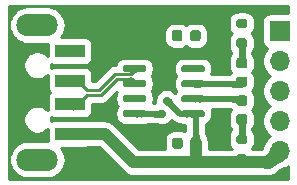
<source format=gtl>
%TF.GenerationSoftware,KiCad,Pcbnew,(5.1.9)-1*%
%TF.CreationDate,2021-02-20T19:07:58+08:00*%
%TF.ProjectId,test,74657374-2e6b-4696-9361-645f70636258,rev?*%
%TF.SameCoordinates,Original*%
%TF.FileFunction,Copper,L1,Top*%
%TF.FilePolarity,Positive*%
%FSLAX46Y46*%
G04 Gerber Fmt 4.6, Leading zero omitted, Abs format (unit mm)*
G04 Created by KiCad (PCBNEW (5.1.9)-1) date 2021-02-20 19:07:58*
%MOMM*%
%LPD*%
G01*
G04 APERTURE LIST*
%TA.AperFunction,ComponentPad*%
%ADD10O,3.500000X1.900000*%
%TD*%
%TA.AperFunction,SMDPad,CuDef*%
%ADD11R,2.500000X1.100000*%
%TD*%
%TA.AperFunction,ComponentPad*%
%ADD12O,1.700000X1.700000*%
%TD*%
%TA.AperFunction,ComponentPad*%
%ADD13R,1.700000X1.700000*%
%TD*%
%TA.AperFunction,ViaPad*%
%ADD14C,0.700000*%
%TD*%
%TA.AperFunction,Conductor*%
%ADD15C,0.350000*%
%TD*%
%TA.AperFunction,Conductor*%
%ADD16C,0.500000*%
%TD*%
%TA.AperFunction,Conductor*%
%ADD17C,1.000000*%
%TD*%
%TA.AperFunction,Conductor*%
%ADD18C,0.250000*%
%TD*%
%TA.AperFunction,Conductor*%
%ADD19C,0.280000*%
%TD*%
%TA.AperFunction,NonConductor*%
%ADD20C,0.254000*%
%TD*%
%TA.AperFunction,NonConductor*%
%ADD21C,0.100000*%
%TD*%
%TA.AperFunction,Conductor*%
%ADD22C,0.025400*%
%TD*%
%TA.AperFunction,Conductor*%
%ADD23C,0.100000*%
%TD*%
G04 APERTURE END LIST*
%TO.P,D2,2*%
%TO.N,Net-(D2-Pad2)*%
%TA.AperFunction,SMDPad,CuDef*%
G36*
G01*
X120656250Y-89962500D02*
X120143750Y-89962500D01*
G75*
G02*
X119925000Y-89743750I0J218750D01*
G01*
X119925000Y-89306250D01*
G75*
G02*
X120143750Y-89087500I218750J0D01*
G01*
X120656250Y-89087500D01*
G75*
G02*
X120875000Y-89306250I0J-218750D01*
G01*
X120875000Y-89743750D01*
G75*
G02*
X120656250Y-89962500I-218750J0D01*
G01*
G37*
%TD.AperFunction*%
%TO.P,D2,1*%
%TO.N,/RXD*%
%TA.AperFunction,SMDPad,CuDef*%
G36*
G01*
X120656250Y-91537500D02*
X120143750Y-91537500D01*
G75*
G02*
X119925000Y-91318750I0J218750D01*
G01*
X119925000Y-90881250D01*
G75*
G02*
X120143750Y-90662500I218750J0D01*
G01*
X120656250Y-90662500D01*
G75*
G02*
X120875000Y-90881250I0J-218750D01*
G01*
X120875000Y-91318750D01*
G75*
G02*
X120656250Y-91537500I-218750J0D01*
G01*
G37*
%TD.AperFunction*%
%TD*%
%TO.P,C1,2*%
%TO.N,GND*%
%TA.AperFunction,SMDPad,CuDef*%
G36*
G01*
X115400000Y-96050000D02*
X115400000Y-96550000D01*
G75*
G02*
X115175000Y-96775000I-225000J0D01*
G01*
X114725000Y-96775000D01*
G75*
G02*
X114500000Y-96550000I0J225000D01*
G01*
X114500000Y-96050000D01*
G75*
G02*
X114725000Y-95825000I225000J0D01*
G01*
X115175000Y-95825000D01*
G75*
G02*
X115400000Y-96050000I0J-225000D01*
G01*
G37*
%TD.AperFunction*%
%TO.P,C1,1*%
%TO.N,+5V*%
%TA.AperFunction,SMDPad,CuDef*%
G36*
G01*
X116950000Y-96050000D02*
X116950000Y-96550000D01*
G75*
G02*
X116725000Y-96775000I-225000J0D01*
G01*
X116275000Y-96775000D01*
G75*
G02*
X116050000Y-96550000I0J225000D01*
G01*
X116050000Y-96050000D01*
G75*
G02*
X116275000Y-95825000I225000J0D01*
G01*
X116725000Y-95825000D01*
G75*
G02*
X116950000Y-96050000I0J-225000D01*
G01*
G37*
%TD.AperFunction*%
%TD*%
%TO.P,C2,2*%
%TO.N,GND*%
%TA.AperFunction,SMDPad,CuDef*%
G36*
G01*
X116025000Y-87450000D02*
X116025000Y-86950000D01*
G75*
G02*
X116250000Y-86725000I225000J0D01*
G01*
X116700000Y-86725000D01*
G75*
G02*
X116925000Y-86950000I0J-225000D01*
G01*
X116925000Y-87450000D01*
G75*
G02*
X116700000Y-87675000I-225000J0D01*
G01*
X116250000Y-87675000D01*
G75*
G02*
X116025000Y-87450000I0J225000D01*
G01*
G37*
%TD.AperFunction*%
%TO.P,C2,1*%
%TO.N,Net-(C2-Pad1)*%
%TA.AperFunction,SMDPad,CuDef*%
G36*
G01*
X114475000Y-87450000D02*
X114475000Y-86950000D01*
G75*
G02*
X114700000Y-86725000I225000J0D01*
G01*
X115150000Y-86725000D01*
G75*
G02*
X115375000Y-86950000I0J-225000D01*
G01*
X115375000Y-87450000D01*
G75*
G02*
X115150000Y-87675000I-225000J0D01*
G01*
X114700000Y-87675000D01*
G75*
G02*
X114475000Y-87450000I0J225000D01*
G01*
G37*
%TD.AperFunction*%
%TD*%
D10*
%TO.P,J1,5*%
%TO.N,GND*%
X103100000Y-86300000D03*
X103100000Y-97700000D03*
D11*
%TO.P,J1,4*%
X105850000Y-88500000D03*
%TO.P,J1,1*%
%TO.N,+5V*%
X105850000Y-95500000D03*
%TO.P,J1,3*%
%TO.N,/D+*%
X105850000Y-91000000D03*
%TO.P,J1,2*%
%TO.N,/D-*%
X105850000Y-93000000D03*
%TD*%
%TO.P,D1,2*%
%TO.N,Net-(D1-Pad2)*%
%TA.AperFunction,SMDPad,CuDef*%
G36*
G01*
X120143750Y-93837500D02*
X120656250Y-93837500D01*
G75*
G02*
X120875000Y-94056250I0J-218750D01*
G01*
X120875000Y-94493750D01*
G75*
G02*
X120656250Y-94712500I-218750J0D01*
G01*
X120143750Y-94712500D01*
G75*
G02*
X119925000Y-94493750I0J218750D01*
G01*
X119925000Y-94056250D01*
G75*
G02*
X120143750Y-93837500I218750J0D01*
G01*
G37*
%TD.AperFunction*%
%TO.P,D1,1*%
%TO.N,/TXD*%
%TA.AperFunction,SMDPad,CuDef*%
G36*
G01*
X120143750Y-92262500D02*
X120656250Y-92262500D01*
G75*
G02*
X120875000Y-92481250I0J-218750D01*
G01*
X120875000Y-92918750D01*
G75*
G02*
X120656250Y-93137500I-218750J0D01*
G01*
X120143750Y-93137500D01*
G75*
G02*
X119925000Y-92918750I0J218750D01*
G01*
X119925000Y-92481250D01*
G75*
G02*
X120143750Y-92262500I218750J0D01*
G01*
G37*
%TD.AperFunction*%
%TD*%
D12*
%TO.P,J2,5*%
%TO.N,+5V*%
X123600000Y-96960000D03*
%TO.P,J2,4*%
%TO.N,/TXD*%
X123600000Y-94420000D03*
%TO.P,J2,3*%
%TO.N,/RXD*%
X123600000Y-91880000D03*
%TO.P,J2,2*%
%TO.N,GND*%
X123600000Y-89340000D03*
D13*
%TO.P,J2,1*%
%TO.N,Net-(J2-Pad1)*%
X123600000Y-86800000D03*
%TD*%
%TO.P,R1,2*%
%TO.N,Net-(D1-Pad2)*%
%TA.AperFunction,SMDPad,CuDef*%
G36*
G01*
X120675000Y-96375000D02*
X120125000Y-96375000D01*
G75*
G02*
X119925000Y-96175000I0J200000D01*
G01*
X119925000Y-95775000D01*
G75*
G02*
X120125000Y-95575000I200000J0D01*
G01*
X120675000Y-95575000D01*
G75*
G02*
X120875000Y-95775000I0J-200000D01*
G01*
X120875000Y-96175000D01*
G75*
G02*
X120675000Y-96375000I-200000J0D01*
G01*
G37*
%TD.AperFunction*%
%TO.P,R1,1*%
%TO.N,+5V*%
%TA.AperFunction,SMDPad,CuDef*%
G36*
G01*
X120675000Y-98025000D02*
X120125000Y-98025000D01*
G75*
G02*
X119925000Y-97825000I0J200000D01*
G01*
X119925000Y-97425000D01*
G75*
G02*
X120125000Y-97225000I200000J0D01*
G01*
X120675000Y-97225000D01*
G75*
G02*
X120875000Y-97425000I0J-200000D01*
G01*
X120875000Y-97825000D01*
G75*
G02*
X120675000Y-98025000I-200000J0D01*
G01*
G37*
%TD.AperFunction*%
%TD*%
%TO.P,R2,2*%
%TO.N,Net-(D2-Pad2)*%
%TA.AperFunction,SMDPad,CuDef*%
G36*
G01*
X120125000Y-87425000D02*
X120675000Y-87425000D01*
G75*
G02*
X120875000Y-87625000I0J-200000D01*
G01*
X120875000Y-88025000D01*
G75*
G02*
X120675000Y-88225000I-200000J0D01*
G01*
X120125000Y-88225000D01*
G75*
G02*
X119925000Y-88025000I0J200000D01*
G01*
X119925000Y-87625000D01*
G75*
G02*
X120125000Y-87425000I200000J0D01*
G01*
G37*
%TD.AperFunction*%
%TO.P,R2,1*%
%TO.N,+5V*%
%TA.AperFunction,SMDPad,CuDef*%
G36*
G01*
X120125000Y-85775000D02*
X120675000Y-85775000D01*
G75*
G02*
X120875000Y-85975000I0J-200000D01*
G01*
X120875000Y-86375000D01*
G75*
G02*
X120675000Y-86575000I-200000J0D01*
G01*
X120125000Y-86575000D01*
G75*
G02*
X119925000Y-86375000I0J200000D01*
G01*
X119925000Y-85975000D01*
G75*
G02*
X120125000Y-85775000I200000J0D01*
G01*
G37*
%TD.AperFunction*%
%TD*%
%TO.P,U1,8*%
%TO.N,Net-(C2-Pad1)*%
%TA.AperFunction,SMDPad,CuDef*%
G36*
G01*
X115300000Y-90145000D02*
X115300000Y-89845000D01*
G75*
G02*
X115450000Y-89695000I150000J0D01*
G01*
X117100000Y-89695000D01*
G75*
G02*
X117250000Y-89845000I0J-150000D01*
G01*
X117250000Y-90145000D01*
G75*
G02*
X117100000Y-90295000I-150000J0D01*
G01*
X115450000Y-90295000D01*
G75*
G02*
X115300000Y-90145000I0J150000D01*
G01*
G37*
%TD.AperFunction*%
%TO.P,U1,7*%
%TO.N,/RXD*%
%TA.AperFunction,SMDPad,CuDef*%
G36*
G01*
X115300000Y-91415000D02*
X115300000Y-91115000D01*
G75*
G02*
X115450000Y-90965000I150000J0D01*
G01*
X117100000Y-90965000D01*
G75*
G02*
X117250000Y-91115000I0J-150000D01*
G01*
X117250000Y-91415000D01*
G75*
G02*
X117100000Y-91565000I-150000J0D01*
G01*
X115450000Y-91565000D01*
G75*
G02*
X115300000Y-91415000I0J150000D01*
G01*
G37*
%TD.AperFunction*%
%TO.P,U1,6*%
%TO.N,/TXD*%
%TA.AperFunction,SMDPad,CuDef*%
G36*
G01*
X115300000Y-92685000D02*
X115300000Y-92385000D01*
G75*
G02*
X115450000Y-92235000I150000J0D01*
G01*
X117100000Y-92235000D01*
G75*
G02*
X117250000Y-92385000I0J-150000D01*
G01*
X117250000Y-92685000D01*
G75*
G02*
X117100000Y-92835000I-150000J0D01*
G01*
X115450000Y-92835000D01*
G75*
G02*
X115300000Y-92685000I0J150000D01*
G01*
G37*
%TD.AperFunction*%
%TO.P,U1,5*%
%TO.N,+5V*%
%TA.AperFunction,SMDPad,CuDef*%
G36*
G01*
X115300000Y-93955000D02*
X115300000Y-93655000D01*
G75*
G02*
X115450000Y-93505000I150000J0D01*
G01*
X117100000Y-93505000D01*
G75*
G02*
X117250000Y-93655000I0J-150000D01*
G01*
X117250000Y-93955000D01*
G75*
G02*
X117100000Y-94105000I-150000J0D01*
G01*
X115450000Y-94105000D01*
G75*
G02*
X115300000Y-93955000I0J150000D01*
G01*
G37*
%TD.AperFunction*%
%TO.P,U1,4*%
%TO.N,Net-(J2-Pad1)*%
%TA.AperFunction,SMDPad,CuDef*%
G36*
G01*
X110350000Y-93955000D02*
X110350000Y-93655000D01*
G75*
G02*
X110500000Y-93505000I150000J0D01*
G01*
X112150000Y-93505000D01*
G75*
G02*
X112300000Y-93655000I0J-150000D01*
G01*
X112300000Y-93955000D01*
G75*
G02*
X112150000Y-94105000I-150000J0D01*
G01*
X110500000Y-94105000D01*
G75*
G02*
X110350000Y-93955000I0J150000D01*
G01*
G37*
%TD.AperFunction*%
%TO.P,U1,3*%
%TO.N,GND*%
%TA.AperFunction,SMDPad,CuDef*%
G36*
G01*
X110350000Y-92685000D02*
X110350000Y-92385000D01*
G75*
G02*
X110500000Y-92235000I150000J0D01*
G01*
X112150000Y-92235000D01*
G75*
G02*
X112300000Y-92385000I0J-150000D01*
G01*
X112300000Y-92685000D01*
G75*
G02*
X112150000Y-92835000I-150000J0D01*
G01*
X110500000Y-92835000D01*
G75*
G02*
X110350000Y-92685000I0J150000D01*
G01*
G37*
%TD.AperFunction*%
%TO.P,U1,2*%
%TO.N,/D-*%
%TA.AperFunction,SMDPad,CuDef*%
G36*
G01*
X110350000Y-91415000D02*
X110350000Y-91115000D01*
G75*
G02*
X110500000Y-90965000I150000J0D01*
G01*
X112150000Y-90965000D01*
G75*
G02*
X112300000Y-91115000I0J-150000D01*
G01*
X112300000Y-91415000D01*
G75*
G02*
X112150000Y-91565000I-150000J0D01*
G01*
X110500000Y-91565000D01*
G75*
G02*
X110350000Y-91415000I0J150000D01*
G01*
G37*
%TD.AperFunction*%
%TO.P,U1,1*%
%TO.N,/D+*%
%TA.AperFunction,SMDPad,CuDef*%
G36*
G01*
X110350000Y-90145000D02*
X110350000Y-89845000D01*
G75*
G02*
X110500000Y-89695000I150000J0D01*
G01*
X112150000Y-89695000D01*
G75*
G02*
X112300000Y-89845000I0J-150000D01*
G01*
X112300000Y-90145000D01*
G75*
G02*
X112150000Y-90295000I-150000J0D01*
G01*
X110500000Y-90295000D01*
G75*
G02*
X110350000Y-90145000I0J150000D01*
G01*
G37*
%TD.AperFunction*%
%TD*%
D14*
%TO.N,+5V*%
X114050000Y-92700000D03*
%TO.N,Net-(J2-Pad1)*%
X113625000Y-93800000D03*
%TD*%
D15*
%TO.N,+5V*%
X116275000Y-96075000D02*
X116500000Y-96300000D01*
D16*
X116500000Y-93800000D02*
X116500000Y-96070000D01*
D17*
X105850000Y-95500000D02*
X108800000Y-95500000D01*
X108800000Y-95500000D02*
X111225000Y-97925000D01*
X122635000Y-97925000D02*
X123600000Y-96960000D01*
X120400000Y-97925000D02*
X122635000Y-97925000D01*
X116500000Y-97700000D02*
X116275000Y-97925000D01*
X116500000Y-96300000D02*
X116500000Y-97700000D01*
X116275000Y-97925000D02*
X120400000Y-97925000D01*
X111225000Y-97925000D02*
X116275000Y-97925000D01*
D16*
X116275000Y-93805000D02*
X115680000Y-93805000D01*
X115155000Y-93805000D02*
X114050000Y-92700000D01*
X116275000Y-93805000D02*
X115155000Y-93805000D01*
%TO.N,Net-(D1-Pad2)*%
X120400000Y-95975000D02*
X120400000Y-94275000D01*
D15*
%TO.N,/TXD*%
X116275000Y-92535000D02*
X116635000Y-92535000D01*
X120110000Y-92535000D02*
X120400000Y-92825000D01*
D16*
X116275000Y-92535000D02*
X120110000Y-92535000D01*
%TO.N,Net-(D2-Pad2)*%
X120400000Y-89525000D02*
X120400000Y-87825000D01*
D18*
%TO.N,/RXD*%
X116440000Y-91100000D02*
X116275000Y-91265000D01*
D16*
X120300000Y-91300000D02*
X116340000Y-91300000D01*
D19*
%TO.N,/D+*%
X110906000Y-90414000D02*
X109680528Y-90414000D01*
X111325000Y-89995000D02*
X110906000Y-90414000D01*
X106550000Y-91000000D02*
X105850000Y-91000000D01*
X108310528Y-91784000D02*
X107334000Y-91784000D01*
X107334000Y-91784000D02*
X106550000Y-91000000D01*
X109680528Y-90414000D02*
X108310528Y-91784000D01*
%TO.N,/D-*%
X110906000Y-90846000D02*
X109859472Y-90846000D01*
X111325000Y-91265000D02*
X110906000Y-90846000D01*
X106550000Y-93000000D02*
X105850000Y-93000000D01*
X107334000Y-92216000D02*
X106550000Y-93000000D01*
X108489472Y-92216000D02*
X107334000Y-92216000D01*
X109859472Y-90846000D02*
X108489472Y-92216000D01*
D16*
%TO.N,Net-(J2-Pad1)*%
X113620000Y-93805000D02*
X113625000Y-93800000D01*
X111325000Y-93805000D02*
X113620000Y-93805000D01*
%TD*%
D20*
X124340001Y-85311928D02*
X122750000Y-85311928D01*
X122625518Y-85324188D01*
X122505820Y-85360498D01*
X122395506Y-85419463D01*
X122298815Y-85498815D01*
X122219463Y-85595506D01*
X122160498Y-85705820D01*
X122124188Y-85825518D01*
X122111928Y-85950000D01*
X122111928Y-87650000D01*
X122124188Y-87774482D01*
X122160498Y-87894180D01*
X122219463Y-88004494D01*
X122298815Y-88101185D01*
X122395506Y-88180537D01*
X122505820Y-88239502D01*
X122578380Y-88261513D01*
X122446525Y-88393368D01*
X122284010Y-88636589D01*
X122172068Y-88906842D01*
X122115000Y-89193740D01*
X122115000Y-89486260D01*
X122172068Y-89773158D01*
X122284010Y-90043411D01*
X122446525Y-90286632D01*
X122653368Y-90493475D01*
X122827760Y-90610000D01*
X122653368Y-90726525D01*
X122446525Y-90933368D01*
X122284010Y-91176589D01*
X122172068Y-91446842D01*
X122115000Y-91733740D01*
X122115000Y-92026260D01*
X122172068Y-92313158D01*
X122284010Y-92583411D01*
X122446525Y-92826632D01*
X122653368Y-93033475D01*
X122827760Y-93150000D01*
X122653368Y-93266525D01*
X122446525Y-93473368D01*
X122284010Y-93716589D01*
X122172068Y-93986842D01*
X122115000Y-94273740D01*
X122115000Y-94566260D01*
X122172068Y-94853158D01*
X122284010Y-95123411D01*
X122446525Y-95366632D01*
X122653368Y-95573475D01*
X122827760Y-95690000D01*
X122653368Y-95806525D01*
X122446525Y-96013368D01*
X122284010Y-96256589D01*
X122172068Y-96526842D01*
X122152081Y-96627323D01*
X122148348Y-96641835D01*
X122125746Y-96743498D01*
X122123081Y-96756088D01*
X122116260Y-96790000D01*
X121240319Y-96790000D01*
X121267606Y-96767606D01*
X121371831Y-96640608D01*
X121449278Y-96495716D01*
X121496969Y-96338500D01*
X121513072Y-96175000D01*
X121513072Y-95775000D01*
X121496969Y-95611500D01*
X121449278Y-95454284D01*
X121371831Y-95309392D01*
X121285087Y-95203695D01*
X121285000Y-95183619D01*
X121285000Y-95145442D01*
X121285697Y-95070880D01*
X121368671Y-94969775D01*
X121447850Y-94821642D01*
X121496608Y-94660908D01*
X121513072Y-94493750D01*
X121513072Y-94056250D01*
X121496608Y-93889092D01*
X121447850Y-93728358D01*
X121368671Y-93580225D01*
X121292574Y-93487500D01*
X121368671Y-93394775D01*
X121447850Y-93246642D01*
X121496608Y-93085908D01*
X121513072Y-92918750D01*
X121513072Y-92481250D01*
X121496608Y-92314092D01*
X121447850Y-92153358D01*
X121368671Y-92005225D01*
X121282316Y-91900000D01*
X121368671Y-91794775D01*
X121447850Y-91646642D01*
X121496608Y-91485908D01*
X121513072Y-91318750D01*
X121513072Y-90881250D01*
X121496608Y-90714092D01*
X121447850Y-90553358D01*
X121368671Y-90405225D01*
X121292574Y-90312500D01*
X121368671Y-90219775D01*
X121447850Y-90071642D01*
X121496608Y-89910908D01*
X121513072Y-89743750D01*
X121513072Y-89306250D01*
X121496608Y-89139092D01*
X121447850Y-88978358D01*
X121368671Y-88830225D01*
X121285697Y-88729120D01*
X121285000Y-88654558D01*
X121285000Y-88616381D01*
X121285087Y-88596305D01*
X121371831Y-88490608D01*
X121449278Y-88345716D01*
X121496969Y-88188500D01*
X121513072Y-88025000D01*
X121513072Y-87625000D01*
X121496969Y-87461500D01*
X121449278Y-87304284D01*
X121371831Y-87159392D01*
X121267606Y-87032394D01*
X121228134Y-87000000D01*
X121267606Y-86967606D01*
X121371831Y-86840608D01*
X121449278Y-86695716D01*
X121496969Y-86538500D01*
X121513072Y-86375000D01*
X121513072Y-85975000D01*
X121496969Y-85811500D01*
X121449278Y-85654284D01*
X121371831Y-85509392D01*
X121267606Y-85382394D01*
X121140608Y-85278169D01*
X120995716Y-85200722D01*
X120838500Y-85153031D01*
X120675000Y-85136928D01*
X120125000Y-85136928D01*
X119961500Y-85153031D01*
X119804284Y-85200722D01*
X119659392Y-85278169D01*
X119532394Y-85382394D01*
X119428169Y-85509392D01*
X119350722Y-85654284D01*
X119303031Y-85811500D01*
X119286928Y-85975000D01*
X119286928Y-86375000D01*
X119303031Y-86538500D01*
X119350722Y-86695716D01*
X119428169Y-86840608D01*
X119532394Y-86967606D01*
X119571866Y-87000000D01*
X119532394Y-87032394D01*
X119428169Y-87159392D01*
X119350722Y-87304284D01*
X119303031Y-87461500D01*
X119286928Y-87625000D01*
X119286928Y-88025000D01*
X119303031Y-88188500D01*
X119350722Y-88345716D01*
X119428169Y-88490608D01*
X119514912Y-88596305D01*
X119515001Y-88616513D01*
X119515001Y-88654493D01*
X119514302Y-88729121D01*
X119431329Y-88830225D01*
X119352150Y-88978358D01*
X119303392Y-89139092D01*
X119286928Y-89306250D01*
X119286928Y-89743750D01*
X119303392Y-89910908D01*
X119352150Y-90071642D01*
X119431329Y-90219775D01*
X119507426Y-90312500D01*
X119431329Y-90405225D01*
X119426104Y-90415000D01*
X117837664Y-90415000D01*
X117872929Y-90298745D01*
X117888072Y-90145000D01*
X117888072Y-89845000D01*
X117872929Y-89691255D01*
X117828084Y-89543418D01*
X117755258Y-89407171D01*
X117657251Y-89287749D01*
X117537829Y-89189742D01*
X117401582Y-89116916D01*
X117253745Y-89072071D01*
X117100000Y-89056928D01*
X115450000Y-89056928D01*
X115296255Y-89072071D01*
X115148418Y-89116916D01*
X115012171Y-89189742D01*
X114892749Y-89287749D01*
X114794742Y-89407171D01*
X114721916Y-89543418D01*
X114677071Y-89691255D01*
X114661928Y-89845000D01*
X114661928Y-90145000D01*
X114677071Y-90298745D01*
X114721916Y-90446582D01*
X114794742Y-90582829D01*
X114833454Y-90630000D01*
X114794742Y-90677171D01*
X114721916Y-90813418D01*
X114677071Y-90961255D01*
X114661928Y-91115000D01*
X114661928Y-91415000D01*
X114677071Y-91568745D01*
X114721916Y-91716582D01*
X114794742Y-91852829D01*
X114833454Y-91900000D01*
X114794742Y-91947171D01*
X114758317Y-92015317D01*
X114677901Y-91934901D01*
X114516572Y-91827104D01*
X114337314Y-91752853D01*
X114147014Y-91715000D01*
X113952986Y-91715000D01*
X113762686Y-91752853D01*
X113583428Y-91827104D01*
X113422099Y-91934901D01*
X113284901Y-92072099D01*
X113177104Y-92233428D01*
X113102853Y-92412686D01*
X113065000Y-92602986D01*
X113065000Y-92797014D01*
X113089463Y-92920000D01*
X112898281Y-92920000D01*
X112922929Y-92838745D01*
X112938072Y-92685000D01*
X112938072Y-92385000D01*
X112922929Y-92231255D01*
X112878084Y-92083418D01*
X112805258Y-91947171D01*
X112766546Y-91900000D01*
X112805258Y-91852829D01*
X112878084Y-91716582D01*
X112922929Y-91568745D01*
X112938072Y-91415000D01*
X112938072Y-91115000D01*
X112922929Y-90961255D01*
X112878084Y-90813418D01*
X112805258Y-90677171D01*
X112766546Y-90630000D01*
X112805258Y-90582829D01*
X112878084Y-90446582D01*
X112922929Y-90298745D01*
X112938072Y-90145000D01*
X112938072Y-89845000D01*
X112922929Y-89691255D01*
X112878084Y-89543418D01*
X112805258Y-89407171D01*
X112707251Y-89287749D01*
X112587829Y-89189742D01*
X112451582Y-89116916D01*
X112303745Y-89072071D01*
X112150000Y-89056928D01*
X110500000Y-89056928D01*
X110346255Y-89072071D01*
X110198418Y-89116916D01*
X110062171Y-89189742D01*
X109942749Y-89287749D01*
X109844742Y-89407171D01*
X109771916Y-89543418D01*
X109742922Y-89639000D01*
X109718591Y-89639000D01*
X109680528Y-89635251D01*
X109642465Y-89639000D01*
X109642463Y-89639000D01*
X109528602Y-89650214D01*
X109441291Y-89676700D01*
X109382513Y-89694530D01*
X109247877Y-89766494D01*
X109177577Y-89824188D01*
X109129869Y-89863341D01*
X109105604Y-89892908D01*
X107989514Y-91009000D01*
X107738072Y-91009000D01*
X107738072Y-90450000D01*
X107725812Y-90325518D01*
X107689502Y-90205820D01*
X107630537Y-90095506D01*
X107551185Y-89998815D01*
X107454494Y-89919463D01*
X107344180Y-89860498D01*
X107224482Y-89824188D01*
X107100000Y-89811928D01*
X104600000Y-89811928D01*
X104475518Y-89824188D01*
X104355820Y-89860498D01*
X104266829Y-89908066D01*
X104285000Y-89816712D01*
X104285000Y-89601647D01*
X104355820Y-89639502D01*
X104475518Y-89675812D01*
X104600000Y-89688072D01*
X107100000Y-89688072D01*
X107224482Y-89675812D01*
X107344180Y-89639502D01*
X107454494Y-89580537D01*
X107551185Y-89501185D01*
X107630537Y-89404494D01*
X107689502Y-89294180D01*
X107725812Y-89174482D01*
X107738072Y-89050000D01*
X107738072Y-87950000D01*
X107725812Y-87825518D01*
X107689502Y-87705820D01*
X107630537Y-87595506D01*
X107551185Y-87498815D01*
X107454494Y-87419463D01*
X107344180Y-87360498D01*
X107224482Y-87324188D01*
X107100000Y-87311928D01*
X105119957Y-87311928D01*
X105224256Y-87184839D01*
X105349779Y-86950000D01*
X113836928Y-86950000D01*
X113836928Y-87450000D01*
X113853512Y-87618377D01*
X113902625Y-87780283D01*
X113982382Y-87929497D01*
X114089716Y-88060284D01*
X114220503Y-88167618D01*
X114369717Y-88247375D01*
X114531623Y-88296488D01*
X114700000Y-88313072D01*
X115150000Y-88313072D01*
X115318377Y-88296488D01*
X115480283Y-88247375D01*
X115629497Y-88167618D01*
X115700000Y-88109758D01*
X115770503Y-88167618D01*
X115919717Y-88247375D01*
X116081623Y-88296488D01*
X116250000Y-88313072D01*
X116700000Y-88313072D01*
X116868377Y-88296488D01*
X117030283Y-88247375D01*
X117179497Y-88167618D01*
X117310284Y-88060284D01*
X117417618Y-87929497D01*
X117497375Y-87780283D01*
X117546488Y-87618377D01*
X117563072Y-87450000D01*
X117563072Y-86950000D01*
X117546488Y-86781623D01*
X117497375Y-86619717D01*
X117417618Y-86470503D01*
X117310284Y-86339716D01*
X117179497Y-86232382D01*
X117030283Y-86152625D01*
X116868377Y-86103512D01*
X116700000Y-86086928D01*
X116250000Y-86086928D01*
X116081623Y-86103512D01*
X115919717Y-86152625D01*
X115770503Y-86232382D01*
X115700000Y-86290242D01*
X115629497Y-86232382D01*
X115480283Y-86152625D01*
X115318377Y-86103512D01*
X115150000Y-86086928D01*
X114700000Y-86086928D01*
X114531623Y-86103512D01*
X114369717Y-86152625D01*
X114220503Y-86232382D01*
X114089716Y-86339716D01*
X113982382Y-86470503D01*
X113902625Y-86619717D01*
X113853512Y-86781623D01*
X113836928Y-86950000D01*
X105349779Y-86950000D01*
X105371434Y-86909488D01*
X105462066Y-86610714D01*
X105492669Y-86300000D01*
X105462066Y-85989286D01*
X105371434Y-85690512D01*
X105224256Y-85415161D01*
X105026187Y-85173813D01*
X104784839Y-84975744D01*
X104509488Y-84828566D01*
X104210714Y-84737934D01*
X103977864Y-84715000D01*
X102222136Y-84715000D01*
X101989286Y-84737934D01*
X101690512Y-84828566D01*
X101415161Y-84975744D01*
X101173813Y-85173813D01*
X100975744Y-85415161D01*
X100828566Y-85690512D01*
X100737934Y-85989286D01*
X100707331Y-86300000D01*
X100737934Y-86610714D01*
X100828566Y-86909488D01*
X100975744Y-87184839D01*
X101173813Y-87426187D01*
X101415161Y-87624256D01*
X101690512Y-87771434D01*
X101989286Y-87862066D01*
X102222136Y-87885000D01*
X103968330Y-87885000D01*
X103961928Y-87950000D01*
X103961928Y-88886084D01*
X103855394Y-88779550D01*
X103661308Y-88649866D01*
X103445652Y-88560539D01*
X103216712Y-88515000D01*
X102983288Y-88515000D01*
X102754348Y-88560539D01*
X102538692Y-88649866D01*
X102344606Y-88779550D01*
X102179550Y-88944606D01*
X102049866Y-89138692D01*
X101960539Y-89354348D01*
X101915000Y-89583288D01*
X101915000Y-89816712D01*
X101960539Y-90045652D01*
X102049866Y-90261308D01*
X102179550Y-90455394D01*
X102344606Y-90620450D01*
X102538692Y-90750134D01*
X102754348Y-90839461D01*
X102983288Y-90885000D01*
X103216712Y-90885000D01*
X103445652Y-90839461D01*
X103661308Y-90750134D01*
X103855394Y-90620450D01*
X103961928Y-90513916D01*
X103961928Y-91550000D01*
X103974188Y-91674482D01*
X104010498Y-91794180D01*
X104069463Y-91904494D01*
X104147842Y-92000000D01*
X104069463Y-92095506D01*
X104010498Y-92205820D01*
X103974188Y-92325518D01*
X103961928Y-92450000D01*
X103961928Y-93486084D01*
X103855394Y-93379550D01*
X103661308Y-93249866D01*
X103445652Y-93160539D01*
X103216712Y-93115000D01*
X102983288Y-93115000D01*
X102754348Y-93160539D01*
X102538692Y-93249866D01*
X102344606Y-93379550D01*
X102179550Y-93544606D01*
X102049866Y-93738692D01*
X101960539Y-93954348D01*
X101915000Y-94183288D01*
X101915000Y-94416712D01*
X101960539Y-94645652D01*
X102049866Y-94861308D01*
X102179550Y-95055394D01*
X102344606Y-95220450D01*
X102538692Y-95350134D01*
X102754348Y-95439461D01*
X102983288Y-95485000D01*
X103216712Y-95485000D01*
X103445652Y-95439461D01*
X103661308Y-95350134D01*
X103855394Y-95220450D01*
X103961928Y-95113916D01*
X103961928Y-96050000D01*
X103968330Y-96115000D01*
X102222136Y-96115000D01*
X101989286Y-96137934D01*
X101690512Y-96228566D01*
X101415161Y-96375744D01*
X101173813Y-96573813D01*
X100975744Y-96815161D01*
X100828566Y-97090512D01*
X100737934Y-97389286D01*
X100707331Y-97700000D01*
X100737934Y-98010714D01*
X100828566Y-98309488D01*
X100975744Y-98584839D01*
X101173813Y-98826187D01*
X101415161Y-99024256D01*
X101690512Y-99171434D01*
X101989286Y-99262066D01*
X102222136Y-99285000D01*
X103977864Y-99285000D01*
X104210714Y-99262066D01*
X104509488Y-99171434D01*
X104784839Y-99024256D01*
X105026187Y-98826187D01*
X105224256Y-98584839D01*
X105371434Y-98309488D01*
X105462066Y-98010714D01*
X105492669Y-97700000D01*
X105462066Y-97389286D01*
X105371434Y-97090512D01*
X105224256Y-96815161D01*
X105119957Y-96688072D01*
X107100000Y-96688072D01*
X107224482Y-96675812D01*
X107344180Y-96639502D01*
X107352603Y-96635000D01*
X108329869Y-96635000D01*
X110383009Y-98688141D01*
X110418551Y-98731449D01*
X110535809Y-98827680D01*
X110591377Y-98873284D01*
X110788553Y-98978676D01*
X111002501Y-99043577D01*
X111225000Y-99065491D01*
X111280752Y-99060000D01*
X116219249Y-99060000D01*
X116275000Y-99065491D01*
X116330751Y-99060000D01*
X122579249Y-99060000D01*
X122635000Y-99065491D01*
X122690751Y-99060000D01*
X122690752Y-99060000D01*
X122857499Y-99043577D01*
X123071447Y-98978676D01*
X123268623Y-98873284D01*
X123332598Y-98820781D01*
X123377313Y-98796834D01*
X123508961Y-98717356D01*
X123541609Y-98696256D01*
X123665941Y-98610395D01*
X123671980Y-98606172D01*
X123786728Y-98524947D01*
X123887844Y-98458931D01*
X123983121Y-98406977D01*
X124025515Y-98389452D01*
X124033158Y-98387932D01*
X124303411Y-98275990D01*
X124340000Y-98251542D01*
X124340000Y-99340000D01*
X100660000Y-99340000D01*
X100660000Y-84660000D01*
X124340001Y-84660000D01*
X124340001Y-85311928D01*
%TA.AperFunction,NonConductor*%
D21*
G36*
X124340001Y-85311928D02*
G01*
X122750000Y-85311928D01*
X122625518Y-85324188D01*
X122505820Y-85360498D01*
X122395506Y-85419463D01*
X122298815Y-85498815D01*
X122219463Y-85595506D01*
X122160498Y-85705820D01*
X122124188Y-85825518D01*
X122111928Y-85950000D01*
X122111928Y-87650000D01*
X122124188Y-87774482D01*
X122160498Y-87894180D01*
X122219463Y-88004494D01*
X122298815Y-88101185D01*
X122395506Y-88180537D01*
X122505820Y-88239502D01*
X122578380Y-88261513D01*
X122446525Y-88393368D01*
X122284010Y-88636589D01*
X122172068Y-88906842D01*
X122115000Y-89193740D01*
X122115000Y-89486260D01*
X122172068Y-89773158D01*
X122284010Y-90043411D01*
X122446525Y-90286632D01*
X122653368Y-90493475D01*
X122827760Y-90610000D01*
X122653368Y-90726525D01*
X122446525Y-90933368D01*
X122284010Y-91176589D01*
X122172068Y-91446842D01*
X122115000Y-91733740D01*
X122115000Y-92026260D01*
X122172068Y-92313158D01*
X122284010Y-92583411D01*
X122446525Y-92826632D01*
X122653368Y-93033475D01*
X122827760Y-93150000D01*
X122653368Y-93266525D01*
X122446525Y-93473368D01*
X122284010Y-93716589D01*
X122172068Y-93986842D01*
X122115000Y-94273740D01*
X122115000Y-94566260D01*
X122172068Y-94853158D01*
X122284010Y-95123411D01*
X122446525Y-95366632D01*
X122653368Y-95573475D01*
X122827760Y-95690000D01*
X122653368Y-95806525D01*
X122446525Y-96013368D01*
X122284010Y-96256589D01*
X122172068Y-96526842D01*
X122152081Y-96627323D01*
X122148348Y-96641835D01*
X122125746Y-96743498D01*
X122123081Y-96756088D01*
X122116260Y-96790000D01*
X121240319Y-96790000D01*
X121267606Y-96767606D01*
X121371831Y-96640608D01*
X121449278Y-96495716D01*
X121496969Y-96338500D01*
X121513072Y-96175000D01*
X121513072Y-95775000D01*
X121496969Y-95611500D01*
X121449278Y-95454284D01*
X121371831Y-95309392D01*
X121285087Y-95203695D01*
X121285000Y-95183619D01*
X121285000Y-95145442D01*
X121285697Y-95070880D01*
X121368671Y-94969775D01*
X121447850Y-94821642D01*
X121496608Y-94660908D01*
X121513072Y-94493750D01*
X121513072Y-94056250D01*
X121496608Y-93889092D01*
X121447850Y-93728358D01*
X121368671Y-93580225D01*
X121292574Y-93487500D01*
X121368671Y-93394775D01*
X121447850Y-93246642D01*
X121496608Y-93085908D01*
X121513072Y-92918750D01*
X121513072Y-92481250D01*
X121496608Y-92314092D01*
X121447850Y-92153358D01*
X121368671Y-92005225D01*
X121282316Y-91900000D01*
X121368671Y-91794775D01*
X121447850Y-91646642D01*
X121496608Y-91485908D01*
X121513072Y-91318750D01*
X121513072Y-90881250D01*
X121496608Y-90714092D01*
X121447850Y-90553358D01*
X121368671Y-90405225D01*
X121292574Y-90312500D01*
X121368671Y-90219775D01*
X121447850Y-90071642D01*
X121496608Y-89910908D01*
X121513072Y-89743750D01*
X121513072Y-89306250D01*
X121496608Y-89139092D01*
X121447850Y-88978358D01*
X121368671Y-88830225D01*
X121285697Y-88729120D01*
X121285000Y-88654558D01*
X121285000Y-88616381D01*
X121285087Y-88596305D01*
X121371831Y-88490608D01*
X121449278Y-88345716D01*
X121496969Y-88188500D01*
X121513072Y-88025000D01*
X121513072Y-87625000D01*
X121496969Y-87461500D01*
X121449278Y-87304284D01*
X121371831Y-87159392D01*
X121267606Y-87032394D01*
X121228134Y-87000000D01*
X121267606Y-86967606D01*
X121371831Y-86840608D01*
X121449278Y-86695716D01*
X121496969Y-86538500D01*
X121513072Y-86375000D01*
X121513072Y-85975000D01*
X121496969Y-85811500D01*
X121449278Y-85654284D01*
X121371831Y-85509392D01*
X121267606Y-85382394D01*
X121140608Y-85278169D01*
X120995716Y-85200722D01*
X120838500Y-85153031D01*
X120675000Y-85136928D01*
X120125000Y-85136928D01*
X119961500Y-85153031D01*
X119804284Y-85200722D01*
X119659392Y-85278169D01*
X119532394Y-85382394D01*
X119428169Y-85509392D01*
X119350722Y-85654284D01*
X119303031Y-85811500D01*
X119286928Y-85975000D01*
X119286928Y-86375000D01*
X119303031Y-86538500D01*
X119350722Y-86695716D01*
X119428169Y-86840608D01*
X119532394Y-86967606D01*
X119571866Y-87000000D01*
X119532394Y-87032394D01*
X119428169Y-87159392D01*
X119350722Y-87304284D01*
X119303031Y-87461500D01*
X119286928Y-87625000D01*
X119286928Y-88025000D01*
X119303031Y-88188500D01*
X119350722Y-88345716D01*
X119428169Y-88490608D01*
X119514912Y-88596305D01*
X119515001Y-88616513D01*
X119515001Y-88654493D01*
X119514302Y-88729121D01*
X119431329Y-88830225D01*
X119352150Y-88978358D01*
X119303392Y-89139092D01*
X119286928Y-89306250D01*
X119286928Y-89743750D01*
X119303392Y-89910908D01*
X119352150Y-90071642D01*
X119431329Y-90219775D01*
X119507426Y-90312500D01*
X119431329Y-90405225D01*
X119426104Y-90415000D01*
X117837664Y-90415000D01*
X117872929Y-90298745D01*
X117888072Y-90145000D01*
X117888072Y-89845000D01*
X117872929Y-89691255D01*
X117828084Y-89543418D01*
X117755258Y-89407171D01*
X117657251Y-89287749D01*
X117537829Y-89189742D01*
X117401582Y-89116916D01*
X117253745Y-89072071D01*
X117100000Y-89056928D01*
X115450000Y-89056928D01*
X115296255Y-89072071D01*
X115148418Y-89116916D01*
X115012171Y-89189742D01*
X114892749Y-89287749D01*
X114794742Y-89407171D01*
X114721916Y-89543418D01*
X114677071Y-89691255D01*
X114661928Y-89845000D01*
X114661928Y-90145000D01*
X114677071Y-90298745D01*
X114721916Y-90446582D01*
X114794742Y-90582829D01*
X114833454Y-90630000D01*
X114794742Y-90677171D01*
X114721916Y-90813418D01*
X114677071Y-90961255D01*
X114661928Y-91115000D01*
X114661928Y-91415000D01*
X114677071Y-91568745D01*
X114721916Y-91716582D01*
X114794742Y-91852829D01*
X114833454Y-91900000D01*
X114794742Y-91947171D01*
X114758317Y-92015317D01*
X114677901Y-91934901D01*
X114516572Y-91827104D01*
X114337314Y-91752853D01*
X114147014Y-91715000D01*
X113952986Y-91715000D01*
X113762686Y-91752853D01*
X113583428Y-91827104D01*
X113422099Y-91934901D01*
X113284901Y-92072099D01*
X113177104Y-92233428D01*
X113102853Y-92412686D01*
X113065000Y-92602986D01*
X113065000Y-92797014D01*
X113089463Y-92920000D01*
X112898281Y-92920000D01*
X112922929Y-92838745D01*
X112938072Y-92685000D01*
X112938072Y-92385000D01*
X112922929Y-92231255D01*
X112878084Y-92083418D01*
X112805258Y-91947171D01*
X112766546Y-91900000D01*
X112805258Y-91852829D01*
X112878084Y-91716582D01*
X112922929Y-91568745D01*
X112938072Y-91415000D01*
X112938072Y-91115000D01*
X112922929Y-90961255D01*
X112878084Y-90813418D01*
X112805258Y-90677171D01*
X112766546Y-90630000D01*
X112805258Y-90582829D01*
X112878084Y-90446582D01*
X112922929Y-90298745D01*
X112938072Y-90145000D01*
X112938072Y-89845000D01*
X112922929Y-89691255D01*
X112878084Y-89543418D01*
X112805258Y-89407171D01*
X112707251Y-89287749D01*
X112587829Y-89189742D01*
X112451582Y-89116916D01*
X112303745Y-89072071D01*
X112150000Y-89056928D01*
X110500000Y-89056928D01*
X110346255Y-89072071D01*
X110198418Y-89116916D01*
X110062171Y-89189742D01*
X109942749Y-89287749D01*
X109844742Y-89407171D01*
X109771916Y-89543418D01*
X109742922Y-89639000D01*
X109718591Y-89639000D01*
X109680528Y-89635251D01*
X109642465Y-89639000D01*
X109642463Y-89639000D01*
X109528602Y-89650214D01*
X109441291Y-89676700D01*
X109382513Y-89694530D01*
X109247877Y-89766494D01*
X109177577Y-89824188D01*
X109129869Y-89863341D01*
X109105604Y-89892908D01*
X107989514Y-91009000D01*
X107738072Y-91009000D01*
X107738072Y-90450000D01*
X107725812Y-90325518D01*
X107689502Y-90205820D01*
X107630537Y-90095506D01*
X107551185Y-89998815D01*
X107454494Y-89919463D01*
X107344180Y-89860498D01*
X107224482Y-89824188D01*
X107100000Y-89811928D01*
X104600000Y-89811928D01*
X104475518Y-89824188D01*
X104355820Y-89860498D01*
X104266829Y-89908066D01*
X104285000Y-89816712D01*
X104285000Y-89601647D01*
X104355820Y-89639502D01*
X104475518Y-89675812D01*
X104600000Y-89688072D01*
X107100000Y-89688072D01*
X107224482Y-89675812D01*
X107344180Y-89639502D01*
X107454494Y-89580537D01*
X107551185Y-89501185D01*
X107630537Y-89404494D01*
X107689502Y-89294180D01*
X107725812Y-89174482D01*
X107738072Y-89050000D01*
X107738072Y-87950000D01*
X107725812Y-87825518D01*
X107689502Y-87705820D01*
X107630537Y-87595506D01*
X107551185Y-87498815D01*
X107454494Y-87419463D01*
X107344180Y-87360498D01*
X107224482Y-87324188D01*
X107100000Y-87311928D01*
X105119957Y-87311928D01*
X105224256Y-87184839D01*
X105349779Y-86950000D01*
X113836928Y-86950000D01*
X113836928Y-87450000D01*
X113853512Y-87618377D01*
X113902625Y-87780283D01*
X113982382Y-87929497D01*
X114089716Y-88060284D01*
X114220503Y-88167618D01*
X114369717Y-88247375D01*
X114531623Y-88296488D01*
X114700000Y-88313072D01*
X115150000Y-88313072D01*
X115318377Y-88296488D01*
X115480283Y-88247375D01*
X115629497Y-88167618D01*
X115700000Y-88109758D01*
X115770503Y-88167618D01*
X115919717Y-88247375D01*
X116081623Y-88296488D01*
X116250000Y-88313072D01*
X116700000Y-88313072D01*
X116868377Y-88296488D01*
X117030283Y-88247375D01*
X117179497Y-88167618D01*
X117310284Y-88060284D01*
X117417618Y-87929497D01*
X117497375Y-87780283D01*
X117546488Y-87618377D01*
X117563072Y-87450000D01*
X117563072Y-86950000D01*
X117546488Y-86781623D01*
X117497375Y-86619717D01*
X117417618Y-86470503D01*
X117310284Y-86339716D01*
X117179497Y-86232382D01*
X117030283Y-86152625D01*
X116868377Y-86103512D01*
X116700000Y-86086928D01*
X116250000Y-86086928D01*
X116081623Y-86103512D01*
X115919717Y-86152625D01*
X115770503Y-86232382D01*
X115700000Y-86290242D01*
X115629497Y-86232382D01*
X115480283Y-86152625D01*
X115318377Y-86103512D01*
X115150000Y-86086928D01*
X114700000Y-86086928D01*
X114531623Y-86103512D01*
X114369717Y-86152625D01*
X114220503Y-86232382D01*
X114089716Y-86339716D01*
X113982382Y-86470503D01*
X113902625Y-86619717D01*
X113853512Y-86781623D01*
X113836928Y-86950000D01*
X105349779Y-86950000D01*
X105371434Y-86909488D01*
X105462066Y-86610714D01*
X105492669Y-86300000D01*
X105462066Y-85989286D01*
X105371434Y-85690512D01*
X105224256Y-85415161D01*
X105026187Y-85173813D01*
X104784839Y-84975744D01*
X104509488Y-84828566D01*
X104210714Y-84737934D01*
X103977864Y-84715000D01*
X102222136Y-84715000D01*
X101989286Y-84737934D01*
X101690512Y-84828566D01*
X101415161Y-84975744D01*
X101173813Y-85173813D01*
X100975744Y-85415161D01*
X100828566Y-85690512D01*
X100737934Y-85989286D01*
X100707331Y-86300000D01*
X100737934Y-86610714D01*
X100828566Y-86909488D01*
X100975744Y-87184839D01*
X101173813Y-87426187D01*
X101415161Y-87624256D01*
X101690512Y-87771434D01*
X101989286Y-87862066D01*
X102222136Y-87885000D01*
X103968330Y-87885000D01*
X103961928Y-87950000D01*
X103961928Y-88886084D01*
X103855394Y-88779550D01*
X103661308Y-88649866D01*
X103445652Y-88560539D01*
X103216712Y-88515000D01*
X102983288Y-88515000D01*
X102754348Y-88560539D01*
X102538692Y-88649866D01*
X102344606Y-88779550D01*
X102179550Y-88944606D01*
X102049866Y-89138692D01*
X101960539Y-89354348D01*
X101915000Y-89583288D01*
X101915000Y-89816712D01*
X101960539Y-90045652D01*
X102049866Y-90261308D01*
X102179550Y-90455394D01*
X102344606Y-90620450D01*
X102538692Y-90750134D01*
X102754348Y-90839461D01*
X102983288Y-90885000D01*
X103216712Y-90885000D01*
X103445652Y-90839461D01*
X103661308Y-90750134D01*
X103855394Y-90620450D01*
X103961928Y-90513916D01*
X103961928Y-91550000D01*
X103974188Y-91674482D01*
X104010498Y-91794180D01*
X104069463Y-91904494D01*
X104147842Y-92000000D01*
X104069463Y-92095506D01*
X104010498Y-92205820D01*
X103974188Y-92325518D01*
X103961928Y-92450000D01*
X103961928Y-93486084D01*
X103855394Y-93379550D01*
X103661308Y-93249866D01*
X103445652Y-93160539D01*
X103216712Y-93115000D01*
X102983288Y-93115000D01*
X102754348Y-93160539D01*
X102538692Y-93249866D01*
X102344606Y-93379550D01*
X102179550Y-93544606D01*
X102049866Y-93738692D01*
X101960539Y-93954348D01*
X101915000Y-94183288D01*
X101915000Y-94416712D01*
X101960539Y-94645652D01*
X102049866Y-94861308D01*
X102179550Y-95055394D01*
X102344606Y-95220450D01*
X102538692Y-95350134D01*
X102754348Y-95439461D01*
X102983288Y-95485000D01*
X103216712Y-95485000D01*
X103445652Y-95439461D01*
X103661308Y-95350134D01*
X103855394Y-95220450D01*
X103961928Y-95113916D01*
X103961928Y-96050000D01*
X103968330Y-96115000D01*
X102222136Y-96115000D01*
X101989286Y-96137934D01*
X101690512Y-96228566D01*
X101415161Y-96375744D01*
X101173813Y-96573813D01*
X100975744Y-96815161D01*
X100828566Y-97090512D01*
X100737934Y-97389286D01*
X100707331Y-97700000D01*
X100737934Y-98010714D01*
X100828566Y-98309488D01*
X100975744Y-98584839D01*
X101173813Y-98826187D01*
X101415161Y-99024256D01*
X101690512Y-99171434D01*
X101989286Y-99262066D01*
X102222136Y-99285000D01*
X103977864Y-99285000D01*
X104210714Y-99262066D01*
X104509488Y-99171434D01*
X104784839Y-99024256D01*
X105026187Y-98826187D01*
X105224256Y-98584839D01*
X105371434Y-98309488D01*
X105462066Y-98010714D01*
X105492669Y-97700000D01*
X105462066Y-97389286D01*
X105371434Y-97090512D01*
X105224256Y-96815161D01*
X105119957Y-96688072D01*
X107100000Y-96688072D01*
X107224482Y-96675812D01*
X107344180Y-96639502D01*
X107352603Y-96635000D01*
X108329869Y-96635000D01*
X110383009Y-98688141D01*
X110418551Y-98731449D01*
X110535809Y-98827680D01*
X110591377Y-98873284D01*
X110788553Y-98978676D01*
X111002501Y-99043577D01*
X111225000Y-99065491D01*
X111280752Y-99060000D01*
X116219249Y-99060000D01*
X116275000Y-99065491D01*
X116330751Y-99060000D01*
X122579249Y-99060000D01*
X122635000Y-99065491D01*
X122690751Y-99060000D01*
X122690752Y-99060000D01*
X122857499Y-99043577D01*
X123071447Y-98978676D01*
X123268623Y-98873284D01*
X123332598Y-98820781D01*
X123377313Y-98796834D01*
X123508961Y-98717356D01*
X123541609Y-98696256D01*
X123665941Y-98610395D01*
X123671980Y-98606172D01*
X123786728Y-98524947D01*
X123887844Y-98458931D01*
X123983121Y-98406977D01*
X124025515Y-98389452D01*
X124033158Y-98387932D01*
X124303411Y-98275990D01*
X124340000Y-98251542D01*
X124340000Y-99340000D01*
X100660000Y-99340000D01*
X100660000Y-84660000D01*
X124340001Y-84660000D01*
X124340001Y-85311928D01*
G37*
%TD.AperFunction*%
D20*
X119507426Y-93487500D02*
X119431329Y-93580225D01*
X119352150Y-93728358D01*
X119303392Y-93889092D01*
X119286928Y-94056250D01*
X119286928Y-94493750D01*
X119303392Y-94660908D01*
X119352150Y-94821642D01*
X119431329Y-94969775D01*
X119514302Y-95070879D01*
X119515000Y-95145504D01*
X119515000Y-95183502D01*
X119514912Y-95203695D01*
X119428169Y-95309392D01*
X119350722Y-95454284D01*
X119303031Y-95611500D01*
X119286928Y-95775000D01*
X119286928Y-96175000D01*
X119303031Y-96338500D01*
X119350722Y-96495716D01*
X119428169Y-96640608D01*
X119532394Y-96767606D01*
X119559681Y-96790000D01*
X117635000Y-96790000D01*
X117635000Y-96244248D01*
X117618577Y-96077501D01*
X117577416Y-95941814D01*
X117571488Y-95881623D01*
X117522375Y-95719717D01*
X117442618Y-95570503D01*
X117386601Y-95502246D01*
X117385924Y-95484817D01*
X117385000Y-95396684D01*
X117385000Y-94688114D01*
X117401582Y-94683084D01*
X117537829Y-94610258D01*
X117657251Y-94512251D01*
X117755258Y-94392829D01*
X117828084Y-94256582D01*
X117872929Y-94108745D01*
X117888072Y-93955000D01*
X117888072Y-93655000D01*
X117872929Y-93501255D01*
X117848281Y-93420000D01*
X119452030Y-93420000D01*
X119507426Y-93487500D01*
%TA.AperFunction,NonConductor*%
D21*
G36*
X119507426Y-93487500D02*
G01*
X119431329Y-93580225D01*
X119352150Y-93728358D01*
X119303392Y-93889092D01*
X119286928Y-94056250D01*
X119286928Y-94493750D01*
X119303392Y-94660908D01*
X119352150Y-94821642D01*
X119431329Y-94969775D01*
X119514302Y-95070879D01*
X119515000Y-95145504D01*
X119515000Y-95183502D01*
X119514912Y-95203695D01*
X119428169Y-95309392D01*
X119350722Y-95454284D01*
X119303031Y-95611500D01*
X119286928Y-95775000D01*
X119286928Y-96175000D01*
X119303031Y-96338500D01*
X119350722Y-96495716D01*
X119428169Y-96640608D01*
X119532394Y-96767606D01*
X119559681Y-96790000D01*
X117635000Y-96790000D01*
X117635000Y-96244248D01*
X117618577Y-96077501D01*
X117577416Y-95941814D01*
X117571488Y-95881623D01*
X117522375Y-95719717D01*
X117442618Y-95570503D01*
X117386601Y-95502246D01*
X117385924Y-95484817D01*
X117385000Y-95396684D01*
X117385000Y-94688114D01*
X117401582Y-94683084D01*
X117537829Y-94610258D01*
X117657251Y-94512251D01*
X117755258Y-94392829D01*
X117828084Y-94256582D01*
X117872929Y-94108745D01*
X117888072Y-93955000D01*
X117888072Y-93655000D01*
X117872929Y-93501255D01*
X117848281Y-93420000D01*
X119452030Y-93420000D01*
X119507426Y-93487500D01*
G37*
%TD.AperFunction*%
D20*
X109771916Y-92083418D02*
X109727071Y-92231255D01*
X109711928Y-92385000D01*
X109711928Y-92685000D01*
X109727071Y-92838745D01*
X109771916Y-92986582D01*
X109844742Y-93122829D01*
X109883454Y-93170000D01*
X109844742Y-93217171D01*
X109771916Y-93353418D01*
X109727071Y-93501255D01*
X109711928Y-93655000D01*
X109711928Y-93955000D01*
X109727071Y-94108745D01*
X109771916Y-94256582D01*
X109844742Y-94392829D01*
X109942749Y-94512251D01*
X110062171Y-94610258D01*
X110198418Y-94683084D01*
X110346255Y-94727929D01*
X110500000Y-94743072D01*
X112150000Y-94743072D01*
X112303745Y-94727929D01*
X112428783Y-94690000D01*
X113176587Y-94690000D01*
X113197322Y-94691062D01*
X113203913Y-94691736D01*
X113337686Y-94747147D01*
X113527986Y-94785000D01*
X113722014Y-94785000D01*
X113912314Y-94747147D01*
X114091572Y-94672896D01*
X114252901Y-94565099D01*
X114390099Y-94427901D01*
X114444662Y-94346241D01*
X114498470Y-94400049D01*
X114526183Y-94433817D01*
X114559951Y-94461530D01*
X114559953Y-94461532D01*
X114611716Y-94504013D01*
X114660941Y-94544411D01*
X114814687Y-94626589D01*
X114909940Y-94655484D01*
X114981509Y-94677195D01*
X114996306Y-94678652D01*
X115111523Y-94690000D01*
X115111531Y-94690000D01*
X115155000Y-94694281D01*
X115177897Y-94692026D01*
X115296255Y-94727929D01*
X115450000Y-94743072D01*
X115615000Y-94743072D01*
X115615001Y-95311271D01*
X115505283Y-95252625D01*
X115343377Y-95203512D01*
X115175000Y-95186928D01*
X114725000Y-95186928D01*
X114556623Y-95203512D01*
X114394717Y-95252625D01*
X114245503Y-95332382D01*
X114114716Y-95439716D01*
X114007382Y-95570503D01*
X113927625Y-95719717D01*
X113878512Y-95881623D01*
X113861928Y-96050000D01*
X113861928Y-96550000D01*
X113878512Y-96718377D01*
X113900238Y-96790000D01*
X111695132Y-96790000D01*
X109641996Y-94736865D01*
X109606449Y-94693551D01*
X109433623Y-94551716D01*
X109236447Y-94446324D01*
X109022499Y-94381423D01*
X108855752Y-94365000D01*
X108855751Y-94365000D01*
X108800000Y-94359509D01*
X108744249Y-94365000D01*
X107352603Y-94365000D01*
X107344180Y-94360498D01*
X107224482Y-94324188D01*
X107100000Y-94311928D01*
X104600000Y-94311928D01*
X104475518Y-94324188D01*
X104355820Y-94360498D01*
X104285000Y-94398353D01*
X104285000Y-94183288D01*
X104266829Y-94091934D01*
X104355820Y-94139502D01*
X104475518Y-94175812D01*
X104600000Y-94188072D01*
X107100000Y-94188072D01*
X107224482Y-94175812D01*
X107344180Y-94139502D01*
X107454494Y-94080537D01*
X107551185Y-94001185D01*
X107630537Y-93904494D01*
X107689502Y-93794180D01*
X107725812Y-93674482D01*
X107738072Y-93550000D01*
X107738072Y-92991000D01*
X108451409Y-92991000D01*
X108489472Y-92994749D01*
X108527535Y-92991000D01*
X108527537Y-92991000D01*
X108641398Y-92979786D01*
X108787486Y-92935470D01*
X108922122Y-92863506D01*
X109040131Y-92766659D01*
X109064404Y-92737082D01*
X109833748Y-91967739D01*
X109771916Y-92083418D01*
%TA.AperFunction,NonConductor*%
D21*
G36*
X109771916Y-92083418D02*
G01*
X109727071Y-92231255D01*
X109711928Y-92385000D01*
X109711928Y-92685000D01*
X109727071Y-92838745D01*
X109771916Y-92986582D01*
X109844742Y-93122829D01*
X109883454Y-93170000D01*
X109844742Y-93217171D01*
X109771916Y-93353418D01*
X109727071Y-93501255D01*
X109711928Y-93655000D01*
X109711928Y-93955000D01*
X109727071Y-94108745D01*
X109771916Y-94256582D01*
X109844742Y-94392829D01*
X109942749Y-94512251D01*
X110062171Y-94610258D01*
X110198418Y-94683084D01*
X110346255Y-94727929D01*
X110500000Y-94743072D01*
X112150000Y-94743072D01*
X112303745Y-94727929D01*
X112428783Y-94690000D01*
X113176587Y-94690000D01*
X113197322Y-94691062D01*
X113203913Y-94691736D01*
X113337686Y-94747147D01*
X113527986Y-94785000D01*
X113722014Y-94785000D01*
X113912314Y-94747147D01*
X114091572Y-94672896D01*
X114252901Y-94565099D01*
X114390099Y-94427901D01*
X114444662Y-94346241D01*
X114498470Y-94400049D01*
X114526183Y-94433817D01*
X114559951Y-94461530D01*
X114559953Y-94461532D01*
X114611716Y-94504013D01*
X114660941Y-94544411D01*
X114814687Y-94626589D01*
X114909940Y-94655484D01*
X114981509Y-94677195D01*
X114996306Y-94678652D01*
X115111523Y-94690000D01*
X115111531Y-94690000D01*
X115155000Y-94694281D01*
X115177897Y-94692026D01*
X115296255Y-94727929D01*
X115450000Y-94743072D01*
X115615000Y-94743072D01*
X115615001Y-95311271D01*
X115505283Y-95252625D01*
X115343377Y-95203512D01*
X115175000Y-95186928D01*
X114725000Y-95186928D01*
X114556623Y-95203512D01*
X114394717Y-95252625D01*
X114245503Y-95332382D01*
X114114716Y-95439716D01*
X114007382Y-95570503D01*
X113927625Y-95719717D01*
X113878512Y-95881623D01*
X113861928Y-96050000D01*
X113861928Y-96550000D01*
X113878512Y-96718377D01*
X113900238Y-96790000D01*
X111695132Y-96790000D01*
X109641996Y-94736865D01*
X109606449Y-94693551D01*
X109433623Y-94551716D01*
X109236447Y-94446324D01*
X109022499Y-94381423D01*
X108855752Y-94365000D01*
X108855751Y-94365000D01*
X108800000Y-94359509D01*
X108744249Y-94365000D01*
X107352603Y-94365000D01*
X107344180Y-94360498D01*
X107224482Y-94324188D01*
X107100000Y-94311928D01*
X104600000Y-94311928D01*
X104475518Y-94324188D01*
X104355820Y-94360498D01*
X104285000Y-94398353D01*
X104285000Y-94183288D01*
X104266829Y-94091934D01*
X104355820Y-94139502D01*
X104475518Y-94175812D01*
X104600000Y-94188072D01*
X107100000Y-94188072D01*
X107224482Y-94175812D01*
X107344180Y-94139502D01*
X107454494Y-94080537D01*
X107551185Y-94001185D01*
X107630537Y-93904494D01*
X107689502Y-93794180D01*
X107725812Y-93674482D01*
X107738072Y-93550000D01*
X107738072Y-92991000D01*
X108451409Y-92991000D01*
X108489472Y-92994749D01*
X108527535Y-92991000D01*
X108527537Y-92991000D01*
X108641398Y-92979786D01*
X108787486Y-92935470D01*
X108922122Y-92863506D01*
X109040131Y-92766659D01*
X109064404Y-92737082D01*
X109833748Y-91967739D01*
X109771916Y-92083418D01*
G37*
%TD.AperFunction*%
D22*
%TO.N,+5V*%
X123866414Y-97754363D02*
X123704191Y-97821422D01*
X123702963Y-97822009D01*
X123555676Y-97902323D01*
X123554813Y-97902839D01*
X123422661Y-97989118D01*
X123422266Y-97989386D01*
X123297791Y-98077496D01*
X123173875Y-98163070D01*
X123043120Y-98242009D01*
X122898007Y-98310362D01*
X122730866Y-98364218D01*
X122533985Y-98399567D01*
X122312417Y-98411592D01*
X122312417Y-97436472D01*
X122420657Y-97425444D01*
X122423773Y-97424721D01*
X122516990Y-97390262D01*
X122520244Y-97388482D01*
X122591113Y-97334922D01*
X122593582Y-97332455D01*
X122646189Y-97262959D01*
X122647569Y-97260670D01*
X122686002Y-97178407D01*
X122686631Y-97176775D01*
X122714975Y-97084912D01*
X122715224Y-97083983D01*
X122737567Y-96985686D01*
X122737634Y-96985375D01*
X122758044Y-96883908D01*
X122780520Y-96782809D01*
X122806645Y-96693567D01*
X123887564Y-96672436D01*
X123866414Y-97754363D01*
%TA.AperFunction,Conductor*%
D23*
G36*
X123866414Y-97754363D02*
G01*
X123704191Y-97821422D01*
X123702963Y-97822009D01*
X123555676Y-97902323D01*
X123554813Y-97902839D01*
X123422661Y-97989118D01*
X123422266Y-97989386D01*
X123297791Y-98077496D01*
X123173875Y-98163070D01*
X123043120Y-98242009D01*
X122898007Y-98310362D01*
X122730866Y-98364218D01*
X122533985Y-98399567D01*
X122312417Y-98411592D01*
X122312417Y-97436472D01*
X122420657Y-97425444D01*
X122423773Y-97424721D01*
X122516990Y-97390262D01*
X122520244Y-97388482D01*
X122591113Y-97334922D01*
X122593582Y-97332455D01*
X122646189Y-97262959D01*
X122647569Y-97260670D01*
X122686002Y-97178407D01*
X122686631Y-97176775D01*
X122714975Y-97084912D01*
X122715224Y-97083983D01*
X122737567Y-96985686D01*
X122737634Y-96985375D01*
X122758044Y-96883908D01*
X122780520Y-96782809D01*
X122806645Y-96693567D01*
X123887564Y-96672436D01*
X123866414Y-97754363D01*
G37*
%TD.AperFunction*%
%TD*%
D22*
%TO.N,+5V*%
X114371842Y-92597670D02*
X114386985Y-92636861D01*
X114387369Y-92637752D01*
X114407693Y-92680354D01*
X114408177Y-92681271D01*
X114431083Y-92720655D01*
X114431621Y-92721501D01*
X114457586Y-92758991D01*
X114458104Y-92759687D01*
X114487603Y-92796608D01*
X114488035Y-92797121D01*
X114521544Y-92834799D01*
X114521852Y-92835133D01*
X114559846Y-92874891D01*
X114560026Y-92875075D01*
X114602981Y-92918239D01*
X114603049Y-92918307D01*
X114651424Y-92966186D01*
X114696690Y-93011156D01*
X114361156Y-93346690D01*
X114316186Y-93301424D01*
X114268307Y-93253049D01*
X114268239Y-93252981D01*
X114225075Y-93210026D01*
X114224891Y-93209846D01*
X114185133Y-93171852D01*
X114184799Y-93171544D01*
X114147121Y-93138035D01*
X114146608Y-93137603D01*
X114109687Y-93108104D01*
X114108991Y-93107586D01*
X114071501Y-93081621D01*
X114070655Y-93081083D01*
X114031271Y-93058177D01*
X114030354Y-93057693D01*
X113987752Y-93037369D01*
X113986861Y-93036985D01*
X113947670Y-93021842D01*
X113939213Y-92589213D01*
X114371842Y-92597670D01*
%TA.AperFunction,Conductor*%
D23*
G36*
X114371842Y-92597670D02*
G01*
X114386985Y-92636861D01*
X114387369Y-92637752D01*
X114407693Y-92680354D01*
X114408177Y-92681271D01*
X114431083Y-92720655D01*
X114431621Y-92721501D01*
X114457586Y-92758991D01*
X114458104Y-92759687D01*
X114487603Y-92796608D01*
X114488035Y-92797121D01*
X114521544Y-92834799D01*
X114521852Y-92835133D01*
X114559846Y-92874891D01*
X114560026Y-92875075D01*
X114602981Y-92918239D01*
X114603049Y-92918307D01*
X114651424Y-92966186D01*
X114696690Y-93011156D01*
X114361156Y-93346690D01*
X114316186Y-93301424D01*
X114268307Y-93253049D01*
X114268239Y-93252981D01*
X114225075Y-93210026D01*
X114224891Y-93209846D01*
X114185133Y-93171852D01*
X114184799Y-93171544D01*
X114147121Y-93138035D01*
X114146608Y-93137603D01*
X114109687Y-93108104D01*
X114108991Y-93107586D01*
X114071501Y-93081621D01*
X114070655Y-93081083D01*
X114031271Y-93058177D01*
X114030354Y-93057693D01*
X113987752Y-93037369D01*
X113986861Y-93036985D01*
X113947670Y-93021842D01*
X113939213Y-92589213D01*
X114371842Y-92597670D01*
G37*
%TD.AperFunction*%
%TD*%
D22*
%TO.N,Net-(J2-Pad1)*%
X113781660Y-93797730D02*
X113474146Y-94102151D01*
X113434707Y-94085367D01*
X113433808Y-94085024D01*
X113388365Y-94069631D01*
X113387384Y-94069342D01*
X113342476Y-94058067D01*
X113341514Y-94057865D01*
X113295830Y-94050089D01*
X113294992Y-94049975D01*
X113247224Y-94045085D01*
X113246581Y-94045036D01*
X113195419Y-94042416D01*
X113194989Y-94042401D01*
X113139125Y-94041434D01*
X113138890Y-94041432D01*
X113077013Y-94041504D01*
X113076937Y-94041504D01*
X113007738Y-94041998D01*
X112942700Y-94042251D01*
X112942700Y-93567740D01*
X113006622Y-93567938D01*
X113074859Y-93568246D01*
X113074964Y-93568246D01*
X113136016Y-93568013D01*
X113136287Y-93568009D01*
X113191414Y-93566624D01*
X113191886Y-93566603D01*
X113242344Y-93563456D01*
X113243033Y-93563394D01*
X113290084Y-93557874D01*
X113290967Y-93557739D01*
X113335867Y-93549236D01*
X113336870Y-93549004D01*
X113380878Y-93536907D01*
X113381891Y-93536582D01*
X113426267Y-93520281D01*
X113427186Y-93519902D01*
X113465446Y-93502340D01*
X113781660Y-93797730D01*
%TA.AperFunction,Conductor*%
D23*
G36*
X113781660Y-93797730D02*
G01*
X113474146Y-94102151D01*
X113434707Y-94085367D01*
X113433808Y-94085024D01*
X113388365Y-94069631D01*
X113387384Y-94069342D01*
X113342476Y-94058067D01*
X113341514Y-94057865D01*
X113295830Y-94050089D01*
X113294992Y-94049975D01*
X113247224Y-94045085D01*
X113246581Y-94045036D01*
X113195419Y-94042416D01*
X113194989Y-94042401D01*
X113139125Y-94041434D01*
X113138890Y-94041432D01*
X113077013Y-94041504D01*
X113076937Y-94041504D01*
X113007738Y-94041998D01*
X112942700Y-94042251D01*
X112942700Y-93567740D01*
X113006622Y-93567938D01*
X113074859Y-93568246D01*
X113074964Y-93568246D01*
X113136016Y-93568013D01*
X113136287Y-93568009D01*
X113191414Y-93566624D01*
X113191886Y-93566603D01*
X113242344Y-93563456D01*
X113243033Y-93563394D01*
X113290084Y-93557874D01*
X113290967Y-93557739D01*
X113335867Y-93549236D01*
X113336870Y-93549004D01*
X113380878Y-93536907D01*
X113381891Y-93536582D01*
X113426267Y-93520281D01*
X113427186Y-93519902D01*
X113465446Y-93502340D01*
X113781660Y-93797730D01*
G37*
%TD.AperFunction*%
%TD*%
D22*
%TO.N,+5V*%
X116738354Y-95500621D02*
X116738363Y-95500981D01*
X116741743Y-95587941D01*
X116741773Y-95588454D01*
X116747812Y-95664450D01*
X116747884Y-95665125D01*
X116756912Y-95732722D01*
X116757046Y-95733531D01*
X116769395Y-95795293D01*
X116769599Y-95796154D01*
X116785601Y-95854645D01*
X116785848Y-95855445D01*
X116805832Y-95913231D01*
X116806074Y-95913872D01*
X116830373Y-95973517D01*
X116830560Y-95973954D01*
X116859504Y-96038022D01*
X116859617Y-96038264D01*
X116889751Y-96101385D01*
X116500000Y-96506678D01*
X116110249Y-96101385D01*
X116140382Y-96038264D01*
X116140495Y-96038022D01*
X116169439Y-95973954D01*
X116169626Y-95973517D01*
X116193925Y-95913872D01*
X116194167Y-95913231D01*
X116214151Y-95855445D01*
X116214398Y-95854645D01*
X116230400Y-95796154D01*
X116230604Y-95795293D01*
X116242953Y-95733531D01*
X116243087Y-95732722D01*
X116252115Y-95665125D01*
X116252187Y-95664450D01*
X116258226Y-95588454D01*
X116258256Y-95587941D01*
X116261636Y-95500981D01*
X116261645Y-95500621D01*
X116262567Y-95412700D01*
X116737433Y-95412700D01*
X116738354Y-95500621D01*
%TA.AperFunction,Conductor*%
D23*
G36*
X116738354Y-95500621D02*
G01*
X116738363Y-95500981D01*
X116741743Y-95587941D01*
X116741773Y-95588454D01*
X116747812Y-95664450D01*
X116747884Y-95665125D01*
X116756912Y-95732722D01*
X116757046Y-95733531D01*
X116769395Y-95795293D01*
X116769599Y-95796154D01*
X116785601Y-95854645D01*
X116785848Y-95855445D01*
X116805832Y-95913231D01*
X116806074Y-95913872D01*
X116830373Y-95973517D01*
X116830560Y-95973954D01*
X116859504Y-96038022D01*
X116859617Y-96038264D01*
X116889751Y-96101385D01*
X116500000Y-96506678D01*
X116110249Y-96101385D01*
X116140382Y-96038264D01*
X116140495Y-96038022D01*
X116169439Y-95973954D01*
X116169626Y-95973517D01*
X116193925Y-95913872D01*
X116194167Y-95913231D01*
X116214151Y-95855445D01*
X116214398Y-95854645D01*
X116230400Y-95796154D01*
X116230604Y-95795293D01*
X116242953Y-95733531D01*
X116243087Y-95732722D01*
X116252115Y-95665125D01*
X116252187Y-95664450D01*
X116258226Y-95588454D01*
X116258256Y-95587941D01*
X116261636Y-95500981D01*
X116261645Y-95500621D01*
X116262567Y-95412700D01*
X116737433Y-95412700D01*
X116738354Y-95500621D01*
G37*
%TD.AperFunction*%
%TD*%
D22*
%TO.N,+5V*%
X116559139Y-93736476D02*
X116559444Y-93737100D01*
X116581160Y-93778571D01*
X116581237Y-93778717D01*
X116605950Y-93824458D01*
X116632061Y-93874846D01*
X116658132Y-93930522D01*
X116682724Y-93992107D01*
X116704384Y-94060203D01*
X116721679Y-94135477D01*
X116733135Y-94218522D01*
X116736711Y-94297300D01*
X116262503Y-94297300D01*
X116262180Y-94276660D01*
X116262166Y-94276219D01*
X116260577Y-94244685D01*
X116260540Y-94244162D01*
X116257822Y-94214583D01*
X116257747Y-94213946D01*
X116253844Y-94186669D01*
X116253704Y-94185871D01*
X116248560Y-94161246D01*
X116248300Y-94160218D01*
X116241859Y-94138591D01*
X116241369Y-94137235D01*
X116233574Y-94118954D01*
X116232632Y-94117157D01*
X116223427Y-94102571D01*
X116221612Y-94100314D01*
X116210940Y-94089771D01*
X116209006Y-94088204D01*
X116207736Y-94087468D01*
X116202015Y-94084581D01*
X116177664Y-93716316D01*
X116545436Y-93706410D01*
X116559139Y-93736476D01*
%TA.AperFunction,Conductor*%
D23*
G36*
X116559139Y-93736476D02*
G01*
X116559444Y-93737100D01*
X116581160Y-93778571D01*
X116581237Y-93778717D01*
X116605950Y-93824458D01*
X116632061Y-93874846D01*
X116658132Y-93930522D01*
X116682724Y-93992107D01*
X116704384Y-94060203D01*
X116721679Y-94135477D01*
X116733135Y-94218522D01*
X116736711Y-94297300D01*
X116262503Y-94297300D01*
X116262180Y-94276660D01*
X116262166Y-94276219D01*
X116260577Y-94244685D01*
X116260540Y-94244162D01*
X116257822Y-94214583D01*
X116257747Y-94213946D01*
X116253844Y-94186669D01*
X116253704Y-94185871D01*
X116248560Y-94161246D01*
X116248300Y-94160218D01*
X116241859Y-94138591D01*
X116241369Y-94137235D01*
X116233574Y-94118954D01*
X116232632Y-94117157D01*
X116223427Y-94102571D01*
X116221612Y-94100314D01*
X116210940Y-94089771D01*
X116209006Y-94088204D01*
X116207736Y-94087468D01*
X116202015Y-94084581D01*
X116177664Y-93716316D01*
X116545436Y-93706410D01*
X116559139Y-93736476D01*
G37*
%TD.AperFunction*%
%TD*%
D22*
%TO.N,+5V*%
X116406643Y-93805000D02*
X116140590Y-94059912D01*
X116122046Y-94052759D01*
X116120354Y-94052239D01*
X116090231Y-94045229D01*
X116088982Y-94045003D01*
X116054720Y-94040570D01*
X116053855Y-94040488D01*
X116015366Y-94038166D01*
X116014803Y-94038145D01*
X115972000Y-94037464D01*
X115971665Y-94037463D01*
X115924461Y-94037956D01*
X115924300Y-94037958D01*
X115872605Y-94039157D01*
X115872575Y-94039158D01*
X115816376Y-94040591D01*
X115755507Y-94041795D01*
X115702700Y-94042201D01*
X115702700Y-93567798D01*
X115755507Y-93568204D01*
X115816376Y-93569408D01*
X115872575Y-93570841D01*
X115872605Y-93570842D01*
X115924300Y-93572041D01*
X115924461Y-93572043D01*
X115971665Y-93572536D01*
X115972000Y-93572535D01*
X116014803Y-93571854D01*
X116015366Y-93571833D01*
X116053855Y-93569511D01*
X116054720Y-93569429D01*
X116088982Y-93564996D01*
X116090231Y-93564770D01*
X116120354Y-93557760D01*
X116122045Y-93557240D01*
X116140589Y-93550087D01*
X116406643Y-93805000D01*
%TA.AperFunction,Conductor*%
D23*
G36*
X116406643Y-93805000D02*
G01*
X116140590Y-94059912D01*
X116122046Y-94052759D01*
X116120354Y-94052239D01*
X116090231Y-94045229D01*
X116088982Y-94045003D01*
X116054720Y-94040570D01*
X116053855Y-94040488D01*
X116015366Y-94038166D01*
X116014803Y-94038145D01*
X115972000Y-94037464D01*
X115971665Y-94037463D01*
X115924461Y-94037956D01*
X115924300Y-94037958D01*
X115872605Y-94039157D01*
X115872575Y-94039158D01*
X115816376Y-94040591D01*
X115755507Y-94041795D01*
X115702700Y-94042201D01*
X115702700Y-93567798D01*
X115755507Y-93568204D01*
X115816376Y-93569408D01*
X115872575Y-93570841D01*
X115872605Y-93570842D01*
X115924300Y-93572041D01*
X115924461Y-93572043D01*
X115971665Y-93572536D01*
X115972000Y-93572535D01*
X116014803Y-93571854D01*
X116015366Y-93571833D01*
X116053855Y-93569511D01*
X116054720Y-93569429D01*
X116088982Y-93564996D01*
X116090231Y-93564770D01*
X116120354Y-93557760D01*
X116122045Y-93557240D01*
X116140589Y-93550087D01*
X116406643Y-93805000D01*
G37*
%TD.AperFunction*%
%TD*%
D22*
%TO.N,+5V*%
X116406678Y-93805000D02*
X116141255Y-94060245D01*
X116122036Y-94052849D01*
X116120362Y-94052335D01*
X116089652Y-94045165D01*
X116088404Y-94044938D01*
X116053628Y-94040413D01*
X116052757Y-94040330D01*
X116013800Y-94037971D01*
X116013230Y-94037950D01*
X115969975Y-94037274D01*
X115969637Y-94037273D01*
X115921969Y-94037800D01*
X115921806Y-94037803D01*
X115869610Y-94039050D01*
X115869581Y-94039050D01*
X115812741Y-94040537D01*
X115812741Y-94040538D01*
X115751360Y-94041778D01*
X115697700Y-94042199D01*
X115697700Y-93567800D01*
X115751360Y-93568221D01*
X115812741Y-93569461D01*
X115812741Y-93569462D01*
X115869581Y-93570949D01*
X115869610Y-93570949D01*
X115921806Y-93572196D01*
X115921969Y-93572199D01*
X115969637Y-93572726D01*
X115969975Y-93572725D01*
X116013230Y-93572049D01*
X116013800Y-93572028D01*
X116052757Y-93569669D01*
X116053628Y-93569586D01*
X116088404Y-93565061D01*
X116089652Y-93564834D01*
X116120362Y-93557664D01*
X116122036Y-93557150D01*
X116141255Y-93549755D01*
X116406678Y-93805000D01*
%TA.AperFunction,Conductor*%
D23*
G36*
X116406678Y-93805000D02*
G01*
X116141255Y-94060245D01*
X116122036Y-94052849D01*
X116120362Y-94052335D01*
X116089652Y-94045165D01*
X116088404Y-94044938D01*
X116053628Y-94040413D01*
X116052757Y-94040330D01*
X116013800Y-94037971D01*
X116013230Y-94037950D01*
X115969975Y-94037274D01*
X115969637Y-94037273D01*
X115921969Y-94037800D01*
X115921806Y-94037803D01*
X115869610Y-94039050D01*
X115869581Y-94039050D01*
X115812741Y-94040537D01*
X115812741Y-94040538D01*
X115751360Y-94041778D01*
X115697700Y-94042199D01*
X115697700Y-93567800D01*
X115751360Y-93568221D01*
X115812741Y-93569461D01*
X115812741Y-93569462D01*
X115869581Y-93570949D01*
X115869610Y-93570949D01*
X115921806Y-93572196D01*
X115921969Y-93572199D01*
X115969637Y-93572726D01*
X115969975Y-93572725D01*
X116013230Y-93572049D01*
X116013800Y-93572028D01*
X116052757Y-93569669D01*
X116053628Y-93569586D01*
X116088404Y-93565061D01*
X116089652Y-93564834D01*
X116120362Y-93557664D01*
X116122036Y-93557150D01*
X116141255Y-93549755D01*
X116406678Y-93805000D01*
G37*
%TD.AperFunction*%
%TD*%
D22*
%TO.N,Net-(D1-Pad2)*%
X120778513Y-94468179D02*
X120750160Y-94527866D01*
X120750027Y-94528155D01*
X120722802Y-94589379D01*
X120722600Y-94589859D01*
X120699910Y-94647093D01*
X120699665Y-94647765D01*
X120681155Y-94703413D01*
X120680915Y-94704224D01*
X120666230Y-94760687D01*
X120666040Y-94761538D01*
X120654823Y-94821217D01*
X120654701Y-94821999D01*
X120646596Y-94887299D01*
X120646533Y-94887939D01*
X120641185Y-94961260D01*
X120641159Y-94961737D01*
X120638211Y-95045482D01*
X120638204Y-95045810D01*
X120637419Y-95129800D01*
X120162581Y-95129800D01*
X120161795Y-95045810D01*
X120161788Y-95045482D01*
X120158840Y-94961737D01*
X120158814Y-94961260D01*
X120153466Y-94887939D01*
X120153403Y-94887299D01*
X120145298Y-94821999D01*
X120145176Y-94821217D01*
X120133959Y-94761538D01*
X120133769Y-94760687D01*
X120119084Y-94704224D01*
X120118844Y-94703413D01*
X120100334Y-94647765D01*
X120100089Y-94647093D01*
X120077399Y-94589859D01*
X120077197Y-94589379D01*
X120049972Y-94528155D01*
X120049840Y-94527866D01*
X120021487Y-94468178D01*
X120400000Y-94074572D01*
X120778513Y-94468179D01*
%TA.AperFunction,Conductor*%
D23*
G36*
X120778513Y-94468179D02*
G01*
X120750160Y-94527866D01*
X120750027Y-94528155D01*
X120722802Y-94589379D01*
X120722600Y-94589859D01*
X120699910Y-94647093D01*
X120699665Y-94647765D01*
X120681155Y-94703413D01*
X120680915Y-94704224D01*
X120666230Y-94760687D01*
X120666040Y-94761538D01*
X120654823Y-94821217D01*
X120654701Y-94821999D01*
X120646596Y-94887299D01*
X120646533Y-94887939D01*
X120641185Y-94961260D01*
X120641159Y-94961737D01*
X120638211Y-95045482D01*
X120638204Y-95045810D01*
X120637419Y-95129800D01*
X120162581Y-95129800D01*
X120161795Y-95045810D01*
X120161788Y-95045482D01*
X120158840Y-94961737D01*
X120158814Y-94961260D01*
X120153466Y-94887939D01*
X120153403Y-94887299D01*
X120145298Y-94821999D01*
X120145176Y-94821217D01*
X120133959Y-94761538D01*
X120133769Y-94760687D01*
X120119084Y-94704224D01*
X120118844Y-94703413D01*
X120100334Y-94647765D01*
X120100089Y-94647093D01*
X120077399Y-94589859D01*
X120077197Y-94589379D01*
X120049972Y-94528155D01*
X120049840Y-94527866D01*
X120021487Y-94468178D01*
X120400000Y-94074572D01*
X120778513Y-94468179D01*
G37*
%TD.AperFunction*%
%TD*%
D22*
%TO.N,Net-(D1-Pad2)*%
X120637681Y-95272706D02*
X120637683Y-95272893D01*
X120639146Y-95349532D01*
X120639157Y-95349858D01*
X120642181Y-95417441D01*
X120642212Y-95417933D01*
X120647277Y-95478414D01*
X120647351Y-95479078D01*
X120654935Y-95534415D01*
X120655071Y-95535217D01*
X120665653Y-95587364D01*
X120665857Y-95588219D01*
X120679918Y-95639132D01*
X120680169Y-95639935D01*
X120698186Y-95691570D01*
X120698440Y-95692238D01*
X120720894Y-95746551D01*
X120721112Y-95747047D01*
X120744820Y-95798108D01*
X120400000Y-96156678D01*
X120055180Y-95798108D01*
X120078887Y-95747047D01*
X120079105Y-95746551D01*
X120101559Y-95692238D01*
X120101813Y-95691570D01*
X120119830Y-95639935D01*
X120120081Y-95639132D01*
X120134142Y-95588219D01*
X120134346Y-95587364D01*
X120144928Y-95535217D01*
X120145064Y-95534415D01*
X120152648Y-95479078D01*
X120152722Y-95478414D01*
X120157787Y-95417933D01*
X120157818Y-95417441D01*
X120160842Y-95349858D01*
X120160853Y-95349532D01*
X120162316Y-95272893D01*
X120162318Y-95272706D01*
X120162645Y-95197700D01*
X120637355Y-95197700D01*
X120637681Y-95272706D01*
%TA.AperFunction,Conductor*%
D23*
G36*
X120637681Y-95272706D02*
G01*
X120637683Y-95272893D01*
X120639146Y-95349532D01*
X120639157Y-95349858D01*
X120642181Y-95417441D01*
X120642212Y-95417933D01*
X120647277Y-95478414D01*
X120647351Y-95479078D01*
X120654935Y-95534415D01*
X120655071Y-95535217D01*
X120665653Y-95587364D01*
X120665857Y-95588219D01*
X120679918Y-95639132D01*
X120680169Y-95639935D01*
X120698186Y-95691570D01*
X120698440Y-95692238D01*
X120720894Y-95746551D01*
X120721112Y-95747047D01*
X120744820Y-95798108D01*
X120400000Y-96156678D01*
X120055180Y-95798108D01*
X120078887Y-95747047D01*
X120079105Y-95746551D01*
X120101559Y-95692238D01*
X120101813Y-95691570D01*
X120119830Y-95639935D01*
X120120081Y-95639132D01*
X120134142Y-95588219D01*
X120134346Y-95587364D01*
X120144928Y-95535217D01*
X120145064Y-95534415D01*
X120152648Y-95479078D01*
X120152722Y-95478414D01*
X120157787Y-95417933D01*
X120157818Y-95417441D01*
X120160842Y-95349858D01*
X120160853Y-95349532D01*
X120162316Y-95272893D01*
X120162318Y-95272706D01*
X120162645Y-95197700D01*
X120637355Y-95197700D01*
X120637681Y-95272706D01*
G37*
%TD.AperFunction*%
%TD*%
D22*
%TO.N,/TXD*%
X116507943Y-92357416D02*
X116509116Y-92357842D01*
X116517327Y-92360375D01*
X116518067Y-92360579D01*
X116528420Y-92363099D01*
X116528976Y-92363221D01*
X116541231Y-92365628D01*
X116541702Y-92365711D01*
X116555615Y-92367904D01*
X116556046Y-92367965D01*
X116571376Y-92369845D01*
X116571798Y-92369889D01*
X116588304Y-92371356D01*
X116588735Y-92371387D01*
X116606175Y-92372340D01*
X116606629Y-92372357D01*
X116612300Y-92372464D01*
X116612300Y-92697536D01*
X116606630Y-92697642D01*
X116606175Y-92697659D01*
X116588735Y-92698612D01*
X116588304Y-92698643D01*
X116571798Y-92700110D01*
X116571376Y-92700154D01*
X116556046Y-92702034D01*
X116555615Y-92702095D01*
X116541702Y-92704288D01*
X116541231Y-92704371D01*
X116528976Y-92706778D01*
X116528420Y-92706900D01*
X116518067Y-92709420D01*
X116517327Y-92709624D01*
X116509116Y-92712157D01*
X116507943Y-92712583D01*
X116503378Y-92714500D01*
X116152863Y-92535000D01*
X116503379Y-92355500D01*
X116507943Y-92357416D01*
%TA.AperFunction,Conductor*%
D23*
G36*
X116507943Y-92357416D02*
G01*
X116509116Y-92357842D01*
X116517327Y-92360375D01*
X116518067Y-92360579D01*
X116528420Y-92363099D01*
X116528976Y-92363221D01*
X116541231Y-92365628D01*
X116541702Y-92365711D01*
X116555615Y-92367904D01*
X116556046Y-92367965D01*
X116571376Y-92369845D01*
X116571798Y-92369889D01*
X116588304Y-92371356D01*
X116588735Y-92371387D01*
X116606175Y-92372340D01*
X116606629Y-92372357D01*
X116612300Y-92372464D01*
X116612300Y-92697536D01*
X116606630Y-92697642D01*
X116606175Y-92697659D01*
X116588735Y-92698612D01*
X116588304Y-92698643D01*
X116571798Y-92700110D01*
X116571376Y-92700154D01*
X116556046Y-92702034D01*
X116555615Y-92702095D01*
X116541702Y-92704288D01*
X116541231Y-92704371D01*
X116528976Y-92706778D01*
X116528420Y-92706900D01*
X116518067Y-92709420D01*
X116517327Y-92709624D01*
X116509116Y-92712157D01*
X116507943Y-92712583D01*
X116503378Y-92714500D01*
X116152863Y-92535000D01*
X116503379Y-92355500D01*
X116507943Y-92357416D01*
G37*
%TD.AperFunction*%
%TD*%
D22*
%TO.N,/TXD*%
X120585935Y-92774827D02*
X120079360Y-92979068D01*
X120042957Y-92940614D01*
X120042442Y-92940100D01*
X120001617Y-92901648D01*
X120000838Y-92900973D01*
X119960132Y-92868436D01*
X119959071Y-92867673D01*
X119917078Y-92840678D01*
X119915783Y-92839949D01*
X119871098Y-92818125D01*
X119869709Y-92817546D01*
X119820925Y-92800523D01*
X119819611Y-92800143D01*
X119765323Y-92787548D01*
X119764207Y-92787341D01*
X119703007Y-92778805D01*
X119702137Y-92778714D01*
X119632622Y-92773865D01*
X119631984Y-92773836D01*
X119565200Y-92772543D01*
X119565200Y-92297697D01*
X119666321Y-92297677D01*
X119666338Y-92297677D01*
X119764553Y-92297524D01*
X119764594Y-92297524D01*
X119850385Y-92297112D01*
X119850457Y-92297111D01*
X119927003Y-92296312D01*
X119927107Y-92296311D01*
X119997589Y-92294997D01*
X119997720Y-92294994D01*
X120065317Y-92293037D01*
X120065459Y-92293032D01*
X120133351Y-92290305D01*
X120133486Y-92290299D01*
X120204854Y-92286672D01*
X120204965Y-92286665D01*
X120282988Y-92282010D01*
X120283070Y-92282005D01*
X120362123Y-92276778D01*
X120585935Y-92774827D01*
%TA.AperFunction,Conductor*%
D23*
G36*
X120585935Y-92774827D02*
G01*
X120079360Y-92979068D01*
X120042957Y-92940614D01*
X120042442Y-92940100D01*
X120001617Y-92901648D01*
X120000838Y-92900973D01*
X119960132Y-92868436D01*
X119959071Y-92867673D01*
X119917078Y-92840678D01*
X119915783Y-92839949D01*
X119871098Y-92818125D01*
X119869709Y-92817546D01*
X119820925Y-92800523D01*
X119819611Y-92800143D01*
X119765323Y-92787548D01*
X119764207Y-92787341D01*
X119703007Y-92778805D01*
X119702137Y-92778714D01*
X119632622Y-92773865D01*
X119631984Y-92773836D01*
X119565200Y-92772543D01*
X119565200Y-92297697D01*
X119666321Y-92297677D01*
X119666338Y-92297677D01*
X119764553Y-92297524D01*
X119764594Y-92297524D01*
X119850385Y-92297112D01*
X119850457Y-92297111D01*
X119927003Y-92296312D01*
X119927107Y-92296311D01*
X119997589Y-92294997D01*
X119997720Y-92294994D01*
X120065317Y-92293037D01*
X120065459Y-92293032D01*
X120133351Y-92290305D01*
X120133486Y-92290299D01*
X120204854Y-92286672D01*
X120204965Y-92286665D01*
X120282988Y-92282010D01*
X120283070Y-92282005D01*
X120362123Y-92276778D01*
X120585935Y-92774827D01*
G37*
%TD.AperFunction*%
%TD*%
D22*
%TO.N,/TXD*%
X116427963Y-92287150D02*
X116429637Y-92287664D01*
X116460347Y-92294834D01*
X116461595Y-92295061D01*
X116496371Y-92299586D01*
X116497242Y-92299669D01*
X116536199Y-92302028D01*
X116536769Y-92302049D01*
X116580024Y-92302725D01*
X116580362Y-92302726D01*
X116628030Y-92302199D01*
X116628193Y-92302196D01*
X116680389Y-92300949D01*
X116680418Y-92300949D01*
X116737258Y-92299462D01*
X116737258Y-92299461D01*
X116798639Y-92298221D01*
X116852300Y-92297800D01*
X116852300Y-92772199D01*
X116798639Y-92771778D01*
X116737258Y-92770538D01*
X116737258Y-92770537D01*
X116680418Y-92769050D01*
X116680389Y-92769050D01*
X116628193Y-92767803D01*
X116628030Y-92767800D01*
X116580362Y-92767273D01*
X116580024Y-92767274D01*
X116536769Y-92767950D01*
X116536199Y-92767971D01*
X116497242Y-92770330D01*
X116496371Y-92770413D01*
X116461595Y-92774938D01*
X116460347Y-92775165D01*
X116429637Y-92782335D01*
X116427962Y-92782849D01*
X116408745Y-92790245D01*
X116143322Y-92535000D01*
X116408745Y-92279755D01*
X116427963Y-92287150D01*
%TA.AperFunction,Conductor*%
D23*
G36*
X116427963Y-92287150D02*
G01*
X116429637Y-92287664D01*
X116460347Y-92294834D01*
X116461595Y-92295061D01*
X116496371Y-92299586D01*
X116497242Y-92299669D01*
X116536199Y-92302028D01*
X116536769Y-92302049D01*
X116580024Y-92302725D01*
X116580362Y-92302726D01*
X116628030Y-92302199D01*
X116628193Y-92302196D01*
X116680389Y-92300949D01*
X116680418Y-92300949D01*
X116737258Y-92299462D01*
X116737258Y-92299461D01*
X116798639Y-92298221D01*
X116852300Y-92297800D01*
X116852300Y-92772199D01*
X116798639Y-92771778D01*
X116737258Y-92770538D01*
X116737258Y-92770537D01*
X116680418Y-92769050D01*
X116680389Y-92769050D01*
X116628193Y-92767803D01*
X116628030Y-92767800D01*
X116580362Y-92767273D01*
X116580024Y-92767274D01*
X116536769Y-92767950D01*
X116536199Y-92767971D01*
X116497242Y-92770330D01*
X116496371Y-92770413D01*
X116461595Y-92774938D01*
X116460347Y-92775165D01*
X116429637Y-92782335D01*
X116427962Y-92782849D01*
X116408745Y-92790245D01*
X116143322Y-92535000D01*
X116408745Y-92279755D01*
X116427963Y-92287150D01*
G37*
%TD.AperFunction*%
%TD*%
D22*
%TO.N,Net-(D2-Pad2)*%
X120638204Y-88754189D02*
X120638211Y-88754517D01*
X120641159Y-88838262D01*
X120641185Y-88838739D01*
X120646533Y-88912060D01*
X120646596Y-88912700D01*
X120654701Y-88978000D01*
X120654823Y-88978782D01*
X120666040Y-89038461D01*
X120666230Y-89039312D01*
X120680915Y-89095775D01*
X120681155Y-89096586D01*
X120699665Y-89152234D01*
X120699910Y-89152906D01*
X120722600Y-89210140D01*
X120722802Y-89210620D01*
X120750027Y-89271844D01*
X120750159Y-89272133D01*
X120778513Y-89331822D01*
X120400000Y-89725428D01*
X120021487Y-89331822D01*
X120049840Y-89272133D01*
X120049972Y-89271844D01*
X120077197Y-89210620D01*
X120077399Y-89210140D01*
X120100089Y-89152906D01*
X120100334Y-89152234D01*
X120118844Y-89096586D01*
X120119084Y-89095775D01*
X120133769Y-89039312D01*
X120133959Y-89038461D01*
X120145176Y-88978782D01*
X120145298Y-88978000D01*
X120153403Y-88912700D01*
X120153466Y-88912060D01*
X120158814Y-88838739D01*
X120158840Y-88838262D01*
X120161788Y-88754517D01*
X120161795Y-88754189D01*
X120162581Y-88670200D01*
X120637419Y-88670200D01*
X120638204Y-88754189D01*
%TA.AperFunction,Conductor*%
D23*
G36*
X120638204Y-88754189D02*
G01*
X120638211Y-88754517D01*
X120641159Y-88838262D01*
X120641185Y-88838739D01*
X120646533Y-88912060D01*
X120646596Y-88912700D01*
X120654701Y-88978000D01*
X120654823Y-88978782D01*
X120666040Y-89038461D01*
X120666230Y-89039312D01*
X120680915Y-89095775D01*
X120681155Y-89096586D01*
X120699665Y-89152234D01*
X120699910Y-89152906D01*
X120722600Y-89210140D01*
X120722802Y-89210620D01*
X120750027Y-89271844D01*
X120750159Y-89272133D01*
X120778513Y-89331822D01*
X120400000Y-89725428D01*
X120021487Y-89331822D01*
X120049840Y-89272133D01*
X120049972Y-89271844D01*
X120077197Y-89210620D01*
X120077399Y-89210140D01*
X120100089Y-89152906D01*
X120100334Y-89152234D01*
X120118844Y-89096586D01*
X120119084Y-89095775D01*
X120133769Y-89039312D01*
X120133959Y-89038461D01*
X120145176Y-88978782D01*
X120145298Y-88978000D01*
X120153403Y-88912700D01*
X120153466Y-88912060D01*
X120158814Y-88838739D01*
X120158840Y-88838262D01*
X120161788Y-88754517D01*
X120161795Y-88754189D01*
X120162581Y-88670200D01*
X120637419Y-88670200D01*
X120638204Y-88754189D01*
G37*
%TD.AperFunction*%
%TD*%
D22*
%TO.N,Net-(D2-Pad2)*%
X120744820Y-88001892D02*
X120721112Y-88052952D01*
X120720894Y-88053448D01*
X120698440Y-88107761D01*
X120698186Y-88108429D01*
X120680169Y-88160064D01*
X120679918Y-88160867D01*
X120665857Y-88211780D01*
X120665653Y-88212635D01*
X120655071Y-88264782D01*
X120654935Y-88265584D01*
X120647351Y-88320921D01*
X120647277Y-88321585D01*
X120642212Y-88382066D01*
X120642181Y-88382558D01*
X120639157Y-88450141D01*
X120639146Y-88450467D01*
X120637683Y-88527106D01*
X120637681Y-88527293D01*
X120637355Y-88602300D01*
X120162645Y-88602300D01*
X120162318Y-88527293D01*
X120162316Y-88527106D01*
X120160853Y-88450467D01*
X120160842Y-88450141D01*
X120157818Y-88382558D01*
X120157787Y-88382066D01*
X120152722Y-88321585D01*
X120152648Y-88320921D01*
X120145064Y-88265584D01*
X120144928Y-88264782D01*
X120134346Y-88212635D01*
X120134142Y-88211780D01*
X120120081Y-88160867D01*
X120119830Y-88160064D01*
X120101813Y-88108429D01*
X120101559Y-88107761D01*
X120079105Y-88053448D01*
X120078887Y-88052952D01*
X120055180Y-88001892D01*
X120400000Y-87643322D01*
X120744820Y-88001892D01*
%TA.AperFunction,Conductor*%
D23*
G36*
X120744820Y-88001892D02*
G01*
X120721112Y-88052952D01*
X120720894Y-88053448D01*
X120698440Y-88107761D01*
X120698186Y-88108429D01*
X120680169Y-88160064D01*
X120679918Y-88160867D01*
X120665857Y-88211780D01*
X120665653Y-88212635D01*
X120655071Y-88264782D01*
X120654935Y-88265584D01*
X120647351Y-88320921D01*
X120647277Y-88321585D01*
X120642212Y-88382066D01*
X120642181Y-88382558D01*
X120639157Y-88450141D01*
X120639146Y-88450467D01*
X120637683Y-88527106D01*
X120637681Y-88527293D01*
X120637355Y-88602300D01*
X120162645Y-88602300D01*
X120162318Y-88527293D01*
X120162316Y-88527106D01*
X120160853Y-88450467D01*
X120160842Y-88450141D01*
X120157818Y-88382558D01*
X120157787Y-88382066D01*
X120152722Y-88321585D01*
X120152648Y-88320921D01*
X120145064Y-88265584D01*
X120144928Y-88264782D01*
X120134346Y-88212635D01*
X120134142Y-88211780D01*
X120120081Y-88160867D01*
X120119830Y-88160064D01*
X120101813Y-88108429D01*
X120101559Y-88107761D01*
X120079105Y-88053448D01*
X120078887Y-88052952D01*
X120055180Y-88001892D01*
X120400000Y-87643322D01*
X120744820Y-88001892D01*
G37*
%TD.AperFunction*%
%TD*%
D22*
%TO.N,/RXD*%
X120578344Y-91008541D02*
X120400847Y-91524899D01*
X120319541Y-91526823D01*
X120319525Y-91526823D01*
X120239513Y-91528815D01*
X120239511Y-91528815D01*
X120166364Y-91530645D01*
X120096868Y-91532294D01*
X120027689Y-91533742D01*
X119955606Y-91534971D01*
X119877309Y-91535960D01*
X119789492Y-91536691D01*
X119688991Y-91537144D01*
X119585200Y-91537283D01*
X119585200Y-91062420D01*
X119646524Y-91061050D01*
X119647245Y-91061013D01*
X119712159Y-91055858D01*
X119713125Y-91055744D01*
X119770363Y-91046754D01*
X119771579Y-91046502D01*
X119822289Y-91033354D01*
X119823705Y-91032896D01*
X119869037Y-91015265D01*
X119870520Y-91014576D01*
X119911623Y-90992136D01*
X119912993Y-90991270D01*
X119951015Y-90963698D01*
X119952133Y-90962786D01*
X119988224Y-90929755D01*
X119989044Y-90928932D01*
X120024353Y-90890120D01*
X120024904Y-90889473D01*
X120055226Y-90851296D01*
X120578344Y-91008541D01*
%TA.AperFunction,Conductor*%
D23*
G36*
X120578344Y-91008541D02*
G01*
X120400847Y-91524899D01*
X120319541Y-91526823D01*
X120319525Y-91526823D01*
X120239513Y-91528815D01*
X120239511Y-91528815D01*
X120166364Y-91530645D01*
X120096868Y-91532294D01*
X120027689Y-91533742D01*
X119955606Y-91534971D01*
X119877309Y-91535960D01*
X119789492Y-91536691D01*
X119688991Y-91537144D01*
X119585200Y-91537283D01*
X119585200Y-91062420D01*
X119646524Y-91061050D01*
X119647245Y-91061013D01*
X119712159Y-91055858D01*
X119713125Y-91055744D01*
X119770363Y-91046754D01*
X119771579Y-91046502D01*
X119822289Y-91033354D01*
X119823705Y-91032896D01*
X119869037Y-91015265D01*
X119870520Y-91014576D01*
X119911623Y-90992136D01*
X119912993Y-90991270D01*
X119951015Y-90963698D01*
X119952133Y-90962786D01*
X119988224Y-90929755D01*
X119989044Y-90928932D01*
X120024353Y-90890120D01*
X120024904Y-90889473D01*
X120055226Y-90851296D01*
X120578344Y-91008541D01*
G37*
%TD.AperFunction*%
%TD*%
D22*
%TO.N,/RXD*%
X116454619Y-91035651D02*
X116456406Y-91036401D01*
X116485408Y-91046051D01*
X116486801Y-91046428D01*
X116520119Y-91053444D01*
X116521136Y-91053616D01*
X116558809Y-91058399D01*
X116559521Y-91058469D01*
X116601586Y-91061419D01*
X116602060Y-91061443D01*
X116648555Y-91062959D01*
X116648848Y-91062965D01*
X116699810Y-91063449D01*
X116699966Y-91063450D01*
X116755434Y-91063299D01*
X116755480Y-91063299D01*
X116815490Y-91062916D01*
X116867300Y-91062743D01*
X116867300Y-91537133D01*
X116807274Y-91536348D01*
X116739978Y-91533908D01*
X116677931Y-91530600D01*
X116620958Y-91527044D01*
X116620941Y-91527043D01*
X116568798Y-91523860D01*
X116568607Y-91523849D01*
X116521187Y-91521669D01*
X116520768Y-91521657D01*
X116477870Y-91521104D01*
X116477148Y-91521115D01*
X116438570Y-91522813D01*
X116437457Y-91522911D01*
X116403000Y-91527484D01*
X116401425Y-91527796D01*
X116378744Y-91533792D01*
X116144181Y-91249989D01*
X116437027Y-91026626D01*
X116454619Y-91035651D01*
%TA.AperFunction,Conductor*%
D23*
G36*
X116454619Y-91035651D02*
G01*
X116456406Y-91036401D01*
X116485408Y-91046051D01*
X116486801Y-91046428D01*
X116520119Y-91053444D01*
X116521136Y-91053616D01*
X116558809Y-91058399D01*
X116559521Y-91058469D01*
X116601586Y-91061419D01*
X116602060Y-91061443D01*
X116648555Y-91062959D01*
X116648848Y-91062965D01*
X116699810Y-91063449D01*
X116699966Y-91063450D01*
X116755434Y-91063299D01*
X116755480Y-91063299D01*
X116815490Y-91062916D01*
X116867300Y-91062743D01*
X116867300Y-91537133D01*
X116807274Y-91536348D01*
X116739978Y-91533908D01*
X116677931Y-91530600D01*
X116620958Y-91527044D01*
X116620941Y-91527043D01*
X116568798Y-91523860D01*
X116568607Y-91523849D01*
X116521187Y-91521669D01*
X116520768Y-91521657D01*
X116477870Y-91521104D01*
X116477148Y-91521115D01*
X116438570Y-91522813D01*
X116437457Y-91522911D01*
X116403000Y-91527484D01*
X116401425Y-91527796D01*
X116378744Y-91533792D01*
X116144181Y-91249989D01*
X116437027Y-91026626D01*
X116454619Y-91035651D01*
G37*
%TD.AperFunction*%
%TD*%
D22*
%TO.N,/D+*%
X111410913Y-90269986D02*
X111356413Y-90293660D01*
X111354758Y-90294528D01*
X111303241Y-90326620D01*
X111302019Y-90327485D01*
X111257830Y-90362859D01*
X111257171Y-90363425D01*
X111217180Y-90400197D01*
X111217117Y-90400256D01*
X111178460Y-90436289D01*
X111138350Y-90469472D01*
X111093677Y-90498154D01*
X111041133Y-90520816D01*
X110977240Y-90535817D01*
X110911256Y-90540389D01*
X110911256Y-90285225D01*
X110951712Y-90280217D01*
X110954141Y-90279670D01*
X110955880Y-90278948D01*
X110991497Y-90260950D01*
X110993598Y-90259615D01*
X110995647Y-90257598D01*
X111018169Y-90229729D01*
X111019536Y-90227648D01*
X111020308Y-90225856D01*
X111032620Y-90189858D01*
X111033216Y-90187232D01*
X111038202Y-90144846D01*
X111038288Y-90143510D01*
X111038835Y-90096476D01*
X111038833Y-90096071D01*
X111037827Y-90046325D01*
X111038144Y-89995888D01*
X111042546Y-89946829D01*
X111051662Y-89909054D01*
X111418110Y-89901890D01*
X111410913Y-90269986D01*
%TA.AperFunction,Conductor*%
D23*
G36*
X111410913Y-90269986D02*
G01*
X111356413Y-90293660D01*
X111354758Y-90294528D01*
X111303241Y-90326620D01*
X111302019Y-90327485D01*
X111257830Y-90362859D01*
X111257171Y-90363425D01*
X111217180Y-90400197D01*
X111217117Y-90400256D01*
X111178460Y-90436289D01*
X111138350Y-90469472D01*
X111093677Y-90498154D01*
X111041133Y-90520816D01*
X110977240Y-90535817D01*
X110911256Y-90540389D01*
X110911256Y-90285225D01*
X110951712Y-90280217D01*
X110954141Y-90279670D01*
X110955880Y-90278948D01*
X110991497Y-90260950D01*
X110993598Y-90259615D01*
X110995647Y-90257598D01*
X111018169Y-90229729D01*
X111019536Y-90227648D01*
X111020308Y-90225856D01*
X111032620Y-90189858D01*
X111033216Y-90187232D01*
X111038202Y-90144846D01*
X111038288Y-90143510D01*
X111038835Y-90096476D01*
X111038833Y-90096071D01*
X111037827Y-90046325D01*
X111038144Y-89995888D01*
X111042546Y-89946829D01*
X111051662Y-89909054D01*
X111418110Y-89901890D01*
X111410913Y-90269986D01*
G37*
%TD.AperFunction*%
%TD*%
D22*
%TO.N,/D+*%
X106199472Y-90574515D02*
X106295965Y-90628199D01*
X106378103Y-90679900D01*
X106450313Y-90732048D01*
X106517080Y-90787141D01*
X106582804Y-90847647D01*
X106651959Y-90916118D01*
X106728777Y-90994860D01*
X106817601Y-91086272D01*
X106817674Y-91086347D01*
X106913932Y-91183792D01*
X106733085Y-91364639D01*
X106674656Y-91315748D01*
X106672261Y-91314167D01*
X106608290Y-91281651D01*
X106604959Y-91280505D01*
X106543337Y-91268523D01*
X106539811Y-91268338D01*
X106479519Y-91273591D01*
X106476751Y-91274147D01*
X106416771Y-91293338D01*
X106415039Y-91294036D01*
X106354351Y-91323865D01*
X106353455Y-91324351D01*
X106291040Y-91361521D01*
X106290750Y-91361700D01*
X106225689Y-91402848D01*
X106157154Y-91444565D01*
X106091891Y-91479450D01*
X105593322Y-91000000D01*
X106092057Y-90520390D01*
X106199472Y-90574515D01*
%TA.AperFunction,Conductor*%
D23*
G36*
X106199472Y-90574515D02*
G01*
X106295965Y-90628199D01*
X106378103Y-90679900D01*
X106450313Y-90732048D01*
X106517080Y-90787141D01*
X106582804Y-90847647D01*
X106651959Y-90916118D01*
X106728777Y-90994860D01*
X106817601Y-91086272D01*
X106817674Y-91086347D01*
X106913932Y-91183792D01*
X106733085Y-91364639D01*
X106674656Y-91315748D01*
X106672261Y-91314167D01*
X106608290Y-91281651D01*
X106604959Y-91280505D01*
X106543337Y-91268523D01*
X106539811Y-91268338D01*
X106479519Y-91273591D01*
X106476751Y-91274147D01*
X106416771Y-91293338D01*
X106415039Y-91294036D01*
X106354351Y-91323865D01*
X106353455Y-91324351D01*
X106291040Y-91361521D01*
X106290750Y-91361700D01*
X106225689Y-91402848D01*
X106157154Y-91444565D01*
X106091891Y-91479450D01*
X105593322Y-91000000D01*
X106092057Y-90520390D01*
X106199472Y-90574515D01*
G37*
%TD.AperFunction*%
%TD*%
D22*
%TO.N,/D-*%
X110977240Y-90724182D02*
X111041133Y-90739183D01*
X111093677Y-90761845D01*
X111138350Y-90790527D01*
X111178460Y-90823710D01*
X111217117Y-90859743D01*
X111217180Y-90859802D01*
X111257171Y-90896574D01*
X111257830Y-90897140D01*
X111302019Y-90932514D01*
X111303241Y-90933379D01*
X111354758Y-90965471D01*
X111356413Y-90966339D01*
X111410913Y-90990014D01*
X111418110Y-91358110D01*
X111051662Y-91350946D01*
X111042546Y-91313170D01*
X111038144Y-91264111D01*
X111037827Y-91213674D01*
X111038833Y-91163928D01*
X111038835Y-91163523D01*
X111038288Y-91116489D01*
X111038202Y-91115153D01*
X111033216Y-91072767D01*
X111032620Y-91070141D01*
X111020308Y-91034143D01*
X111019275Y-91031878D01*
X111018169Y-91030270D01*
X110995647Y-91002401D01*
X110993900Y-91000628D01*
X110991497Y-90999049D01*
X110955880Y-90981051D01*
X110953558Y-90980151D01*
X110951712Y-90979782D01*
X110911256Y-90974775D01*
X110911256Y-90719611D01*
X110977240Y-90724182D01*
%TA.AperFunction,Conductor*%
D23*
G36*
X110977240Y-90724182D02*
G01*
X111041133Y-90739183D01*
X111093677Y-90761845D01*
X111138350Y-90790527D01*
X111178460Y-90823710D01*
X111217117Y-90859743D01*
X111217180Y-90859802D01*
X111257171Y-90896574D01*
X111257830Y-90897140D01*
X111302019Y-90932514D01*
X111303241Y-90933379D01*
X111354758Y-90965471D01*
X111356413Y-90966339D01*
X111410913Y-90990014D01*
X111418110Y-91358110D01*
X111051662Y-91350946D01*
X111042546Y-91313170D01*
X111038144Y-91264111D01*
X111037827Y-91213674D01*
X111038833Y-91163928D01*
X111038835Y-91163523D01*
X111038288Y-91116489D01*
X111038202Y-91115153D01*
X111033216Y-91072767D01*
X111032620Y-91070141D01*
X111020308Y-91034143D01*
X111019275Y-91031878D01*
X111018169Y-91030270D01*
X110995647Y-91002401D01*
X110993900Y-91000628D01*
X110991497Y-90999049D01*
X110955880Y-90981051D01*
X110953558Y-90980151D01*
X110951712Y-90979782D01*
X110911256Y-90974775D01*
X110911256Y-90719611D01*
X110977240Y-90724182D01*
G37*
%TD.AperFunction*%
%TD*%
D22*
%TO.N,/D-*%
X106157154Y-92555434D02*
X106225689Y-92597151D01*
X106290750Y-92638299D01*
X106291040Y-92638478D01*
X106353455Y-92675648D01*
X106354351Y-92676134D01*
X106415039Y-92705963D01*
X106416771Y-92706661D01*
X106476751Y-92725852D01*
X106479519Y-92726408D01*
X106539811Y-92731661D01*
X106543337Y-92731476D01*
X106604959Y-92719494D01*
X106608290Y-92718348D01*
X106672261Y-92685832D01*
X106674656Y-92684251D01*
X106733085Y-92635361D01*
X106913932Y-92816208D01*
X106817674Y-92913652D01*
X106817601Y-92913727D01*
X106728777Y-93005139D01*
X106651959Y-93083881D01*
X106582804Y-93152352D01*
X106517080Y-93212858D01*
X106450313Y-93267951D01*
X106378103Y-93320099D01*
X106295965Y-93371800D01*
X106199472Y-93425484D01*
X106092057Y-93479610D01*
X105593322Y-93000000D01*
X106091891Y-92520550D01*
X106157154Y-92555434D01*
%TA.AperFunction,Conductor*%
D23*
G36*
X106157154Y-92555434D02*
G01*
X106225689Y-92597151D01*
X106290750Y-92638299D01*
X106291040Y-92638478D01*
X106353455Y-92675648D01*
X106354351Y-92676134D01*
X106415039Y-92705963D01*
X106416771Y-92706661D01*
X106476751Y-92725852D01*
X106479519Y-92726408D01*
X106539811Y-92731661D01*
X106543337Y-92731476D01*
X106604959Y-92719494D01*
X106608290Y-92718348D01*
X106672261Y-92685832D01*
X106674656Y-92684251D01*
X106733085Y-92635361D01*
X106913932Y-92816208D01*
X106817674Y-92913652D01*
X106817601Y-92913727D01*
X106728777Y-93005139D01*
X106651959Y-93083881D01*
X106582804Y-93152352D01*
X106517080Y-93212858D01*
X106450313Y-93267951D01*
X106378103Y-93320099D01*
X106295965Y-93371800D01*
X106199472Y-93425484D01*
X106092057Y-93479610D01*
X105593322Y-93000000D01*
X106091891Y-92520550D01*
X106157154Y-92555434D01*
G37*
%TD.AperFunction*%
%TD*%
D22*
%TO.N,Net-(J2-Pad1)*%
X111477963Y-93557150D02*
X111479637Y-93557664D01*
X111510347Y-93564834D01*
X111511595Y-93565061D01*
X111546371Y-93569586D01*
X111547242Y-93569669D01*
X111586199Y-93572028D01*
X111586769Y-93572049D01*
X111630024Y-93572725D01*
X111630362Y-93572726D01*
X111678030Y-93572199D01*
X111678193Y-93572196D01*
X111730389Y-93570949D01*
X111730418Y-93570949D01*
X111787258Y-93569462D01*
X111787258Y-93569461D01*
X111848639Y-93568221D01*
X111902300Y-93567800D01*
X111902300Y-94042199D01*
X111848639Y-94041778D01*
X111787258Y-94040538D01*
X111787258Y-94040537D01*
X111730418Y-94039050D01*
X111730389Y-94039050D01*
X111678193Y-94037803D01*
X111678030Y-94037800D01*
X111630362Y-94037273D01*
X111630024Y-94037274D01*
X111586769Y-94037950D01*
X111586199Y-94037971D01*
X111547242Y-94040330D01*
X111546371Y-94040413D01*
X111511595Y-94044938D01*
X111510347Y-94045165D01*
X111479637Y-94052335D01*
X111477962Y-94052849D01*
X111458745Y-94060245D01*
X111193322Y-93805000D01*
X111458745Y-93549755D01*
X111477963Y-93557150D01*
%TA.AperFunction,Conductor*%
D23*
G36*
X111477963Y-93557150D02*
G01*
X111479637Y-93557664D01*
X111510347Y-93564834D01*
X111511595Y-93565061D01*
X111546371Y-93569586D01*
X111547242Y-93569669D01*
X111586199Y-93572028D01*
X111586769Y-93572049D01*
X111630024Y-93572725D01*
X111630362Y-93572726D01*
X111678030Y-93572199D01*
X111678193Y-93572196D01*
X111730389Y-93570949D01*
X111730418Y-93570949D01*
X111787258Y-93569462D01*
X111787258Y-93569461D01*
X111848639Y-93568221D01*
X111902300Y-93567800D01*
X111902300Y-94042199D01*
X111848639Y-94041778D01*
X111787258Y-94040538D01*
X111787258Y-94040537D01*
X111730418Y-94039050D01*
X111730389Y-94039050D01*
X111678193Y-94037803D01*
X111678030Y-94037800D01*
X111630362Y-94037273D01*
X111630024Y-94037274D01*
X111586769Y-94037950D01*
X111586199Y-94037971D01*
X111547242Y-94040330D01*
X111546371Y-94040413D01*
X111511595Y-94044938D01*
X111510347Y-94045165D01*
X111479637Y-94052335D01*
X111477962Y-94052849D01*
X111458745Y-94060245D01*
X111193322Y-93805000D01*
X111458745Y-93549755D01*
X111477963Y-93557150D01*
G37*
%TD.AperFunction*%
%TD*%
M02*

</source>
